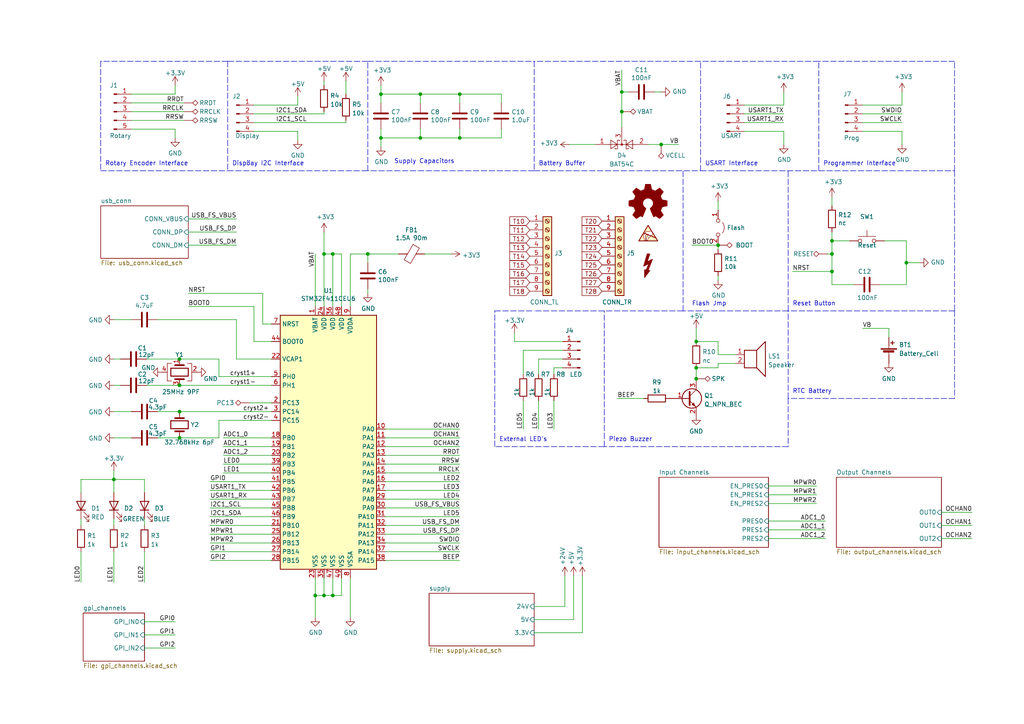
<source format=kicad_sch>
(kicad_sch (version 20211123) (generator eeschema)

  (uuid 949f679f-c6a9-4c5c-99c7-644ace536315)

  (paper "A4")

  (title_block
    (title "FloatPUMP Schematics")
    (date "2022-11-11")
    (rev "1.0")
    (company "robtor.de")
    (comment 1 "Controller board for up to 3 water pumps")
    (comment 2 "measuring capabilities with piezoresistive pressure sensors")
    (comment 3 "sensor input Range 4mA-20mA")
  )

  

  (junction (at 91.44 172.72) (diameter 0) (color 0 0 0 0)
    (uuid 0c1b88cb-a078-4181-b19e-b5625c47d08a)
  )
  (junction (at 96.52 73.66) (diameter 0) (color 0 0 0 0)
    (uuid 1b60fcfc-a270-4122-b967-c7c9c4b63403)
  )
  (junction (at 191.77 41.91) (diameter 0) (color 0 0 0 0)
    (uuid 1c5a68ea-fed7-43b9-a37a-435ca33d5ec4)
  )
  (junction (at 133.35 27.305) (diameter 0) (color 0 0 0 0)
    (uuid 2753d945-ace6-4480-9faf-9137856303ea)
  )
  (junction (at 121.92 40.005) (diameter 0) (color 0 0 0 0)
    (uuid 39d0e9d0-a702-4c04-bc3c-653ef4f0c50e)
  )
  (junction (at 241.3 73.66) (diameter 0) (color 0 0 0 0)
    (uuid 4cd454dd-343a-4999-b869-a7127a4d9978)
  )
  (junction (at 121.92 27.305) (diameter 0) (color 0 0 0 0)
    (uuid 4f94cfba-8412-4c60-a31b-e6d995934dc1)
  )
  (junction (at 96.52 172.72) (diameter 0) (color 0 0 0 0)
    (uuid 5793e5cf-aaeb-41cc-8318-bb2419c1b81f)
  )
  (junction (at 52.07 127) (diameter 0) (color 0 0 0 0)
    (uuid 5a70c532-5383-43bb-b441-21ca36bd2484)
  )
  (junction (at 110.49 40.005) (diameter 0) (color 0 0 0 0)
    (uuid 6f88fca4-4670-437c-9fd1-4ebd76593daa)
  )
  (junction (at 241.3 78.74) (diameter 0) (color 0 0 0 0)
    (uuid 70750f1a-6a6e-4571-87e8-e96d7814c66f)
  )
  (junction (at 201.93 109.855) (diameter 0) (color 0 0 0 0)
    (uuid 9036384e-eee5-4451-b7e7-87842d0d6fca)
  )
  (junction (at 262.89 76.2) (diameter 0) (color 0 0 0 0)
    (uuid 92a2589f-ae05-42af-aab0-9bfaaa2a73f1)
  )
  (junction (at 133.35 40.005) (diameter 0) (color 0 0 0 0)
    (uuid 9569d29f-17d3-40a7-b073-1b7eb9687b43)
  )
  (junction (at 52.07 104.14) (diameter 0) (color 0 0 0 0)
    (uuid 97bd1d07-8f04-442c-80ac-c95cf3f51efe)
  )
  (junction (at 52.07 119.38) (diameter 0) (color 0 0 0 0)
    (uuid a0900619-a580-41eb-9fbb-5149e9a28aef)
  )
  (junction (at 33.02 139.065) (diameter 0) (color 0 0 0 0)
    (uuid a4b63938-0a30-421e-a83e-07ee3a44f405)
  )
  (junction (at 52.07 111.76) (diameter 0) (color 0 0 0 0)
    (uuid a70dc485-cc49-4e1f-b1ec-eb9c56462344)
  )
  (junction (at 180.34 26.67) (diameter 0) (color 0 0 0 0)
    (uuid bf64b8d9-04f8-4bac-906b-3f89e12e5d32)
  )
  (junction (at 201.93 106.68) (diameter 0) (color 0 0 0 0)
    (uuid d85d001d-db06-423e-99e2-d2c9676bf6eb)
  )
  (junction (at 106.68 73.66) (diameter 0) (color 0 0 0 0)
    (uuid dbb72415-af02-4b41-adad-978e86e84f5e)
  )
  (junction (at 208.28 71.12) (diameter 0) (color 0 0 0 0)
    (uuid dc71b394-38ca-4c3c-a2a5-7ef7a670c49b)
  )
  (junction (at 110.49 27.305) (diameter 0) (color 0 0 0 0)
    (uuid dee204e1-3149-4bb4-b821-dbc11df06a18)
  )
  (junction (at 93.98 73.66) (diameter 0) (color 0 0 0 0)
    (uuid ebee7b2d-9f75-4529-9377-97f671d1e3dc)
  )
  (junction (at 201.93 99.06) (diameter 0) (color 0 0 0 0)
    (uuid ec8c2ca1-97d3-4d7c-af64-6cbbbe597d8b)
  )
  (junction (at 93.98 172.72) (diameter 0) (color 0 0 0 0)
    (uuid ed19ccea-cfd8-433f-8938-ca1dd302430c)
  )
  (junction (at 180.34 32.385) (diameter 0) (color 0 0 0 0)
    (uuid f486435c-c972-42e4-8219-35ab13b3a285)
  )
  (junction (at 241.3 69.85) (diameter 0) (color 0 0 0 0)
    (uuid f93f0caf-de38-451e-8ca0-f8175bc6663c)
  )

  (wire (pts (xy 64.77 129.54) (xy 78.74 129.54))
    (stroke (width 0) (type default) (color 0 0 0 0))
    (uuid 011b2a2a-a574-42b5-999f-7ed9d9776a43)
  )
  (polyline (pts (xy 175.26 129.54) (xy 175.26 90.17))
    (stroke (width 0) (type default) (color 0 0 0 0))
    (uuid 01d42531-06ff-458e-91d1-5b96d3f8b385)
  )

  (wire (pts (xy 182.245 26.67) (xy 180.34 26.67))
    (stroke (width 0) (type default) (color 0 0 0 0))
    (uuid 0228648f-fd85-4f7f-9204-53610241d2b9)
  )
  (wire (pts (xy 38.1 119.38) (xy 33.02 119.38))
    (stroke (width 0) (type default) (color 0 0 0 0))
    (uuid 036a7d28-05ab-4651-ba1c-47fa1d863421)
  )
  (wire (pts (xy 73.66 99.06) (xy 73.66 88.9))
    (stroke (width 0) (type default) (color 0 0 0 0))
    (uuid 03a5e9df-cec7-4991-b6d5-c82d388e8d2e)
  )
  (wire (pts (xy 255.27 82.55) (xy 262.89 82.55))
    (stroke (width 0) (type default) (color 0 0 0 0))
    (uuid 062011a8-2b6e-42bc-aa5b-790abf63d348)
  )
  (wire (pts (xy 99.06 73.66) (xy 96.52 73.66))
    (stroke (width 0) (type default) (color 0 0 0 0))
    (uuid 06a42763-2f97-4419-84a6-ef6ea2a60fb4)
  )
  (wire (pts (xy 121.92 27.305) (xy 121.92 29.845))
    (stroke (width 0) (type default) (color 0 0 0 0))
    (uuid 08d4cfaf-b332-40f7-973c-66684e7a54a3)
  )
  (wire (pts (xy 110.49 27.305) (xy 110.49 29.845))
    (stroke (width 0) (type default) (color 0 0 0 0))
    (uuid 0a637dc5-5627-4329-935c-c4f041de6385)
  )
  (wire (pts (xy 93.98 33.02) (xy 93.98 32.385))
    (stroke (width 0) (type default) (color 0 0 0 0))
    (uuid 0bd2a9c0-96d6-44df-80fd-f97264a8b783)
  )
  (wire (pts (xy 52.07 104.14) (xy 42.545 104.14))
    (stroke (width 0) (type default) (color 0 0 0 0))
    (uuid 0c6fff14-bb97-4dc3-9f20-62bec77994c6)
  )
  (wire (pts (xy 78.74 119.38) (xy 52.07 119.38))
    (stroke (width 0) (type default) (color 0 0 0 0))
    (uuid 0e162795-22a7-4501-b03f-b283bb5650d9)
  )
  (wire (pts (xy 201.93 109.855) (xy 201.93 110.49))
    (stroke (width 0) (type default) (color 0 0 0 0))
    (uuid 0f47fb04-026a-4afa-9bfe-15f03def5d6b)
  )
  (wire (pts (xy 149.225 99.06) (xy 163.195 99.06))
    (stroke (width 0) (type default) (color 0 0 0 0))
    (uuid 126099d8-8b2d-4e87-990f-1fb99894d4b1)
  )
  (polyline (pts (xy 106.68 49.53) (xy 106.68 17.78))
    (stroke (width 0) (type default) (color 0 0 0 0))
    (uuid 14d3863a-1c03-4d48-a032-61ae3a0ad5c1)
  )

  (wire (pts (xy 78.74 132.08) (xy 64.77 132.08))
    (stroke (width 0) (type default) (color 0 0 0 0))
    (uuid 152be6bd-f8d6-47e9-9b6b-09485d01579b)
  )
  (wire (pts (xy 93.98 172.72) (xy 91.44 172.72))
    (stroke (width 0) (type default) (color 0 0 0 0))
    (uuid 16e9575c-a847-468f-810e-95497dadeb97)
  )
  (polyline (pts (xy 228.6 115.57) (xy 228.6 129.54))
    (stroke (width 0) (type default) (color 0 0 0 0))
    (uuid 17487b2e-2390-4106-a427-c6c54336dd3f)
  )
  (polyline (pts (xy 228.6 90.17) (xy 198.12 90.17))
    (stroke (width 0) (type default) (color 0 0 0 0))
    (uuid 191311d6-5bf7-47a9-ae1e-6b521cf3ea32)
  )

  (wire (pts (xy 60.96 149.86) (xy 78.74 149.86))
    (stroke (width 0) (type default) (color 0 0 0 0))
    (uuid 196b514b-b3f6-4344-904e-bca015040e93)
  )
  (wire (pts (xy 106.68 83.82) (xy 106.68 85.09))
    (stroke (width 0) (type default) (color 0 0 0 0))
    (uuid 1a8290e9-c445-4b51-b8b0-45fcbf671219)
  )
  (wire (pts (xy 41.91 142.875) (xy 41.91 139.065))
    (stroke (width 0) (type default) (color 0 0 0 0))
    (uuid 1ad7936f-a45d-43a3-8729-3f6ad34b3bbe)
  )
  (wire (pts (xy 208.28 80.01) (xy 208.28 81.28))
    (stroke (width 0) (type default) (color 0 0 0 0))
    (uuid 1b373a0f-a405-4f7c-be0d-0a515d48b205)
  )
  (wire (pts (xy 111.76 127) (xy 133.35 127))
    (stroke (width 0) (type default) (color 0 0 0 0))
    (uuid 1dc46e87-a953-4f20-a4d4-4ecede78d2eb)
  )
  (wire (pts (xy 111.76 157.48) (xy 133.35 157.48))
    (stroke (width 0) (type default) (color 0 0 0 0))
    (uuid 1dd42d41-b809-42ae-b6a5-91ce0f5409f7)
  )
  (wire (pts (xy 100.33 23.495) (xy 100.33 27.305))
    (stroke (width 0) (type default) (color 0 0 0 0))
    (uuid 1e65348d-0394-491b-9696-4c8b7499f309)
  )
  (wire (pts (xy 215.9 35.56) (xy 227.33 35.56))
    (stroke (width 0) (type default) (color 0 0 0 0))
    (uuid 1f4d482a-d80d-48b4-a443-e0ca391c4f86)
  )
  (wire (pts (xy 241.3 69.85) (xy 241.3 73.66))
    (stroke (width 0) (type default) (color 0 0 0 0))
    (uuid 22a0b2d5-d975-4c12-bf03-7470074fed54)
  )
  (wire (pts (xy 96.52 167.64) (xy 96.52 172.72))
    (stroke (width 0) (type default) (color 0 0 0 0))
    (uuid 22f22dbe-16ed-4088-a875-5700f66d16da)
  )
  (wire (pts (xy 241.3 78.74) (xy 229.87 78.74))
    (stroke (width 0) (type default) (color 0 0 0 0))
    (uuid 2400f930-cf6d-41a8-baef-3048725f3a5b)
  )
  (wire (pts (xy 208.28 99.06) (xy 208.28 102.87))
    (stroke (width 0) (type default) (color 0 0 0 0))
    (uuid 268b38a4-5791-4865-b036-a0203f8e626d)
  )
  (wire (pts (xy 163.195 101.6) (xy 151.765 101.6))
    (stroke (width 0) (type default) (color 0 0 0 0))
    (uuid 27394eba-9cc1-4464-8a20-cc6a5fec851e)
  )
  (wire (pts (xy 133.35 40.005) (xy 145.415 40.005))
    (stroke (width 0) (type default) (color 0 0 0 0))
    (uuid 29120252-d73c-4a5c-b87f-011abc045fcf)
  )
  (wire (pts (xy 38.1 27.305) (xy 50.8 27.305))
    (stroke (width 0) (type default) (color 0 0 0 0))
    (uuid 2a745fcb-09cd-409b-a911-81fd22f368af)
  )
  (wire (pts (xy 41.91 187.96) (xy 50.8 187.96))
    (stroke (width 0) (type default) (color 0 0 0 0))
    (uuid 2abcf069-19de-44b8-a6b8-4d5ee2f7d656)
  )
  (wire (pts (xy 111.76 160.02) (xy 133.35 160.02))
    (stroke (width 0) (type default) (color 0 0 0 0))
    (uuid 2e15e8aa-7905-4170-bb81-958c9c2c74db)
  )
  (wire (pts (xy 52.07 111.76) (xy 42.545 111.76))
    (stroke (width 0) (type default) (color 0 0 0 0))
    (uuid 2e2ea9dc-2e78-48b2-a918-779655a2f4bb)
  )
  (wire (pts (xy 111.76 147.32) (xy 133.35 147.32))
    (stroke (width 0) (type default) (color 0 0 0 0))
    (uuid 2e4f3627-f43e-4331-8ab0-f5d657fd4ada)
  )
  (polyline (pts (xy 66.04 17.78) (xy 29.21 17.78))
    (stroke (width 0) (type default) (color 0 0 0 0))
    (uuid 2e6a35eb-6636-4c39-9b2b-0859e1c94ec8)
  )
  (polyline (pts (xy 66.04 49.53) (xy 106.68 49.53))
    (stroke (width 0) (type default) (color 0 0 0 0))
    (uuid 3010d011-eabc-4cec-b667-b7b1111e3ea0)
  )

  (wire (pts (xy 250.19 33.02) (xy 261.62 33.02))
    (stroke (width 0) (type default) (color 0 0 0 0))
    (uuid 30260a6a-a0b0-4b42-95c3-26be610ecc3e)
  )
  (wire (pts (xy 156.21 116.205) (xy 156.21 124.46))
    (stroke (width 0) (type default) (color 0 0 0 0))
    (uuid 303ae7a7-4a06-4b35-a5ee-99b6d0ccce36)
  )
  (wire (pts (xy 163.83 167.005) (xy 163.83 175.895))
    (stroke (width 0) (type default) (color 0 0 0 0))
    (uuid 30b3bcd0-0533-46bd-8c9c-4e3d480c6687)
  )
  (wire (pts (xy 33.02 111.76) (xy 34.925 111.76))
    (stroke (width 0) (type default) (color 0 0 0 0))
    (uuid 30c2d75b-0aa4-4c8b-abd3-15a8940150c1)
  )
  (wire (pts (xy 23.495 142.875) (xy 23.495 139.065))
    (stroke (width 0) (type default) (color 0 0 0 0))
    (uuid 30c6d872-e47d-4ced-8e4c-2dd7b663d734)
  )
  (wire (pts (xy 133.35 27.305) (xy 121.92 27.305))
    (stroke (width 0) (type default) (color 0 0 0 0))
    (uuid 31ddafb9-61de-4674-b559-9e8bd04c8807)
  )
  (wire (pts (xy 166.37 167.005) (xy 166.37 179.705))
    (stroke (width 0) (type default) (color 0 0 0 0))
    (uuid 32552d8d-ef82-40d3-aa95-d5b169fab07e)
  )
  (wire (pts (xy 201.93 99.06) (xy 208.28 99.06))
    (stroke (width 0) (type default) (color 0 0 0 0))
    (uuid 32a972fc-0c88-44e2-804d-656cd9a1d817)
  )
  (polyline (pts (xy 154.94 49.53) (xy 106.68 49.53))
    (stroke (width 0) (type default) (color 0 0 0 0))
    (uuid 32b4cc52-0f7d-4657-a812-f0ec32bb962f)
  )

  (wire (pts (xy 133.35 37.465) (xy 133.35 40.005))
    (stroke (width 0) (type default) (color 0 0 0 0))
    (uuid 339df927-10f1-44cb-aa5f-82bfd46240c7)
  )
  (wire (pts (xy 78.74 144.78) (xy 60.96 144.78))
    (stroke (width 0) (type default) (color 0 0 0 0))
    (uuid 35e191e7-0681-4caa-ab56-bca67244817b)
  )
  (polyline (pts (xy 143.51 90.17) (xy 154.94 90.17))
    (stroke (width 0) (type default) (color 0 0 0 0))
    (uuid 361b2945-3ddb-479e-87ba-da3a8981f58f)
  )

  (wire (pts (xy 78.74 139.7) (xy 60.96 139.7))
    (stroke (width 0) (type default) (color 0 0 0 0))
    (uuid 375fb2af-999a-47fb-b314-c5ed0dda8fca)
  )
  (wire (pts (xy 123.19 73.66) (xy 130.81 73.66))
    (stroke (width 0) (type default) (color 0 0 0 0))
    (uuid 398e575e-ffcc-47d3-99bb-d2398359704a)
  )
  (wire (pts (xy 160.655 106.68) (xy 160.655 108.585))
    (stroke (width 0) (type default) (color 0 0 0 0))
    (uuid 3a1fc013-e799-4688-ae20-2bbf502da68b)
  )
  (wire (pts (xy 250.19 30.48) (xy 261.62 30.48))
    (stroke (width 0) (type default) (color 0 0 0 0))
    (uuid 3a77ad2c-5616-4b44-93df-e454912b8b77)
  )
  (wire (pts (xy 111.76 124.46) (xy 133.35 124.46))
    (stroke (width 0) (type default) (color 0 0 0 0))
    (uuid 3bb1b200-9bd3-4ca2-a3fe-ceac65ba2f22)
  )
  (wire (pts (xy 151.765 116.205) (xy 151.765 124.46))
    (stroke (width 0) (type default) (color 0 0 0 0))
    (uuid 3c68ad2c-9010-4ef7-bedd-f009382cb08f)
  )
  (wire (pts (xy 250.19 95.25) (xy 257.81 95.25))
    (stroke (width 0) (type default) (color 0 0 0 0))
    (uuid 3eff4e29-2225-4c7e-8279-6d6efa2d67e4)
  )
  (wire (pts (xy 247.65 82.55) (xy 241.3 82.55))
    (stroke (width 0) (type default) (color 0 0 0 0))
    (uuid 3f407738-52f9-487e-96ff-574567b43890)
  )
  (wire (pts (xy 45.72 92.71) (xy 68.58 92.71))
    (stroke (width 0) (type default) (color 0 0 0 0))
    (uuid 400b7b23-e399-48ba-af02-3f8bdfca3c55)
  )
  (wire (pts (xy 111.76 129.54) (xy 133.35 129.54))
    (stroke (width 0) (type default) (color 0 0 0 0))
    (uuid 4015be1a-c6e1-42db-af6f-c161f489ea1f)
  )
  (wire (pts (xy 33.02 160.02) (xy 33.02 168.91))
    (stroke (width 0) (type default) (color 0 0 0 0))
    (uuid 4118162d-0e05-4908-9a1f-c7016575bccb)
  )
  (polyline (pts (xy 29.21 17.78) (xy 29.21 49.53))
    (stroke (width 0) (type default) (color 0 0 0 0))
    (uuid 41b6e1ba-5c99-4fd7-9c65-c4fb07c70188)
  )

  (wire (pts (xy 191.77 41.91) (xy 196.85 41.91))
    (stroke (width 0) (type default) (color 0 0 0 0))
    (uuid 424267dd-6303-4018-aae0-34d62814fcba)
  )
  (wire (pts (xy 99.06 167.64) (xy 99.06 172.72))
    (stroke (width 0) (type default) (color 0 0 0 0))
    (uuid 424d7750-ddcd-4f41-93ea-a6761834f91c)
  )
  (wire (pts (xy 222.885 140.97) (xy 236.855 140.97))
    (stroke (width 0) (type default) (color 0 0 0 0))
    (uuid 438c390e-2817-4262-9bb8-264a62f66854)
  )
  (wire (pts (xy 111.76 137.16) (xy 133.35 137.16))
    (stroke (width 0) (type default) (color 0 0 0 0))
    (uuid 4390a55c-a8f9-4caf-a838-233bb3ce27aa)
  )
  (wire (pts (xy 241.3 73.66) (xy 241.3 78.74))
    (stroke (width 0) (type default) (color 0 0 0 0))
    (uuid 43951137-b2ae-4c0a-b786-c0130baa43cf)
  )
  (wire (pts (xy 68.58 104.14) (xy 78.74 104.14))
    (stroke (width 0) (type default) (color 0 0 0 0))
    (uuid 43c49596-4b82-4ee2-b1be-2aafb6486920)
  )
  (wire (pts (xy 96.52 88.9) (xy 96.52 73.66))
    (stroke (width 0) (type default) (color 0 0 0 0))
    (uuid 4444fd17-a409-4254-92e6-9a69f5880d89)
  )
  (wire (pts (xy 180.34 26.67) (xy 180.34 20.32))
    (stroke (width 0) (type default) (color 0 0 0 0))
    (uuid 44ca684d-985e-45fb-a22b-01e29383cba4)
  )
  (wire (pts (xy 273.05 152.4) (xy 281.94 152.4))
    (stroke (width 0) (type default) (color 0 0 0 0))
    (uuid 44f02c76-ffc0-47e0-9779-2d79a58ff9cf)
  )
  (wire (pts (xy 208.28 58.42) (xy 208.28 60.96))
    (stroke (width 0) (type default) (color 0 0 0 0))
    (uuid 45f77cbe-76c9-4770-945d-6ce9f436791e)
  )
  (polyline (pts (xy 276.86 49.53) (xy 276.86 17.78))
    (stroke (width 0) (type default) (color 0 0 0 0))
    (uuid 4738ad5c-de7a-450c-a864-83a693566efb)
  )
  (polyline (pts (xy 154.94 49.53) (xy 203.2 49.53))
    (stroke (width 0) (type default) (color 0 0 0 0))
    (uuid 4cf2a8ea-f147-45e1-b905-8e01e3488a54)
  )

  (wire (pts (xy 52.07 119.38) (xy 45.72 119.38))
    (stroke (width 0) (type default) (color 0 0 0 0))
    (uuid 4d42688d-59c9-41ed-af68-2d906566e68c)
  )
  (wire (pts (xy 23.495 160.02) (xy 23.495 168.91))
    (stroke (width 0) (type default) (color 0 0 0 0))
    (uuid 4d4de7d2-6a8b-425f-a4ad-2111507b5618)
  )
  (wire (pts (xy 208.28 71.12) (xy 200.66 71.12))
    (stroke (width 0) (type default) (color 0 0 0 0))
    (uuid 4d79ec2b-2fc9-4ba1-b93a-d630912470a0)
  )
  (wire (pts (xy 34.925 104.14) (xy 33.02 104.14))
    (stroke (width 0) (type default) (color 0 0 0 0))
    (uuid 4e0ac502-331a-4340-82b9-dd8d8cee49d0)
  )
  (wire (pts (xy 227.33 38.1) (xy 227.33 41.91))
    (stroke (width 0) (type default) (color 0 0 0 0))
    (uuid 4fddd78f-1b0d-4365-b740-2df7595c3522)
  )
  (wire (pts (xy 156.21 104.14) (xy 156.21 108.585))
    (stroke (width 0) (type default) (color 0 0 0 0))
    (uuid 505d5465-5d3c-4c20-a903-bb9f0614c27d)
  )
  (wire (pts (xy 111.76 142.24) (xy 133.35 142.24))
    (stroke (width 0) (type default) (color 0 0 0 0))
    (uuid 507dbcec-13ef-491c-9e13-750ae5d08786)
  )
  (polyline (pts (xy 175.26 129.54) (xy 143.51 129.54))
    (stroke (width 0) (type default) (color 0 0 0 0))
    (uuid 51bbc616-36a1-464c-9200-0d0c8edfe960)
  )

  (wire (pts (xy 64.77 137.16) (xy 78.74 137.16))
    (stroke (width 0) (type default) (color 0 0 0 0))
    (uuid 51d162f7-2e8a-4bc7-88c1-e6c065d4b161)
  )
  (polyline (pts (xy 106.68 17.78) (xy 154.94 17.78))
    (stroke (width 0) (type default) (color 0 0 0 0))
    (uuid 55438888-edf4-4cf0-83da-f060d3938df2)
  )

  (wire (pts (xy 262.89 69.85) (xy 262.89 76.2))
    (stroke (width 0) (type default) (color 0 0 0 0))
    (uuid 55587dc1-052d-440c-a761-29091bbb6f2b)
  )
  (wire (pts (xy 163.195 106.68) (xy 160.655 106.68))
    (stroke (width 0) (type default) (color 0 0 0 0))
    (uuid 56073852-e094-44c0-abb8-63498ed962c1)
  )
  (wire (pts (xy 222.885 151.13) (xy 239.395 151.13))
    (stroke (width 0) (type default) (color 0 0 0 0))
    (uuid 5651f317-a2b7-4f02-bafd-3ed49b106af9)
  )
  (wire (pts (xy 111.76 134.62) (xy 133.35 134.62))
    (stroke (width 0) (type default) (color 0 0 0 0))
    (uuid 5675cbe2-6193-4193-a086-51fe846aeda2)
  )
  (wire (pts (xy 145.415 37.465) (xy 145.415 40.005))
    (stroke (width 0) (type default) (color 0 0 0 0))
    (uuid 57dab67d-73b5-4fcb-901b-a69051e35364)
  )
  (wire (pts (xy 76.2 93.98) (xy 76.2 85.09))
    (stroke (width 0) (type default) (color 0 0 0 0))
    (uuid 57fd891c-135f-4c54-af0d-9ea73edf736e)
  )
  (wire (pts (xy 227.33 30.48) (xy 227.33 26.67))
    (stroke (width 0) (type default) (color 0 0 0 0))
    (uuid 58170f19-2867-4e92-aef8-b013ab60ff8b)
  )
  (wire (pts (xy 241.3 57.15) (xy 241.3 59.69))
    (stroke (width 0) (type default) (color 0 0 0 0))
    (uuid 58a18d69-fc34-46c3-b57c-2e4d5b6313a2)
  )
  (wire (pts (xy 151.765 101.6) (xy 151.765 108.585))
    (stroke (width 0) (type default) (color 0 0 0 0))
    (uuid 5ab5fc39-d119-4939-b187-6241bdd9350c)
  )
  (polyline (pts (xy 106.68 17.78) (xy 66.04 17.78))
    (stroke (width 0) (type default) (color 0 0 0 0))
    (uuid 5be033f5-9678-4b75-be3b-55853d81c4f8)
  )

  (wire (pts (xy 121.92 27.305) (xy 110.49 27.305))
    (stroke (width 0) (type default) (color 0 0 0 0))
    (uuid 5c2af2de-18cd-439f-b9b8-856093f4e3ac)
  )
  (wire (pts (xy 154.94 183.515) (xy 168.91 183.515))
    (stroke (width 0) (type default) (color 0 0 0 0))
    (uuid 5cb667df-c15a-49bc-9600-d61cf174120a)
  )
  (wire (pts (xy 241.3 78.74) (xy 241.3 82.55))
    (stroke (width 0) (type default) (color 0 0 0 0))
    (uuid 5d9a5990-dcf8-486e-bfb6-30d6c0b34192)
  )
  (wire (pts (xy 63.5 104.14) (xy 52.07 104.14))
    (stroke (width 0) (type default) (color 0 0 0 0))
    (uuid 5e1d9c1f-58d3-41cd-9eb4-fb2ae3a4b10c)
  )
  (wire (pts (xy 215.9 30.48) (xy 227.33 30.48))
    (stroke (width 0) (type default) (color 0 0 0 0))
    (uuid 5e2838cc-acd7-4c51-bc18-f5f97bf524d9)
  )
  (polyline (pts (xy 29.21 49.53) (xy 66.04 49.53))
    (stroke (width 0) (type default) (color 0 0 0 0))
    (uuid 5fe5e54d-1eb6-4f0a-a978-61e0039cfbf1)
  )

  (wire (pts (xy 63.5 109.22) (xy 63.5 104.14))
    (stroke (width 0) (type default) (color 0 0 0 0))
    (uuid 613967c9-6a2a-45ae-bf78-98e4612f5d55)
  )
  (wire (pts (xy 240.03 73.66) (xy 241.3 73.66))
    (stroke (width 0) (type default) (color 0 0 0 0))
    (uuid 6142ef34-97be-4c90-9ca7-e387753b518a)
  )
  (wire (pts (xy 101.6 88.9) (xy 101.6 73.66))
    (stroke (width 0) (type default) (color 0 0 0 0))
    (uuid 618c3501-0e3a-49e5-8b16-1ffee4adee40)
  )
  (wire (pts (xy 222.885 156.21) (xy 239.395 156.21))
    (stroke (width 0) (type default) (color 0 0 0 0))
    (uuid 62b8cb17-877a-45b0-821a-c147661d06ec)
  )
  (wire (pts (xy 241.3 69.85) (xy 246.38 69.85))
    (stroke (width 0) (type default) (color 0 0 0 0))
    (uuid 62d616c4-a645-4785-83f4-e7b9176541bd)
  )
  (wire (pts (xy 262.89 76.2) (xy 266.7 76.2))
    (stroke (width 0) (type default) (color 0 0 0 0))
    (uuid 63c78302-c24d-424c-9283-52ae93200987)
  )
  (wire (pts (xy 63.5 121.92) (xy 63.5 127))
    (stroke (width 0) (type default) (color 0 0 0 0))
    (uuid 65a211f6-d005-41c5-aeb4-31d7e06acfc2)
  )
  (wire (pts (xy 64.77 134.62) (xy 78.74 134.62))
    (stroke (width 0) (type default) (color 0 0 0 0))
    (uuid 68877676-f185-4ce5-994a-3e7cd8c4b619)
  )
  (wire (pts (xy 111.76 152.4) (xy 133.35 152.4))
    (stroke (width 0) (type default) (color 0 0 0 0))
    (uuid 69502565-c8b7-43eb-99e0-3580594b1098)
  )
  (wire (pts (xy 201.93 106.68) (xy 201.93 109.855))
    (stroke (width 0) (type default) (color 0 0 0 0))
    (uuid 69ab2ff6-8d0a-4e41-8e1a-1caf0870f3b7)
  )
  (wire (pts (xy 201.93 95.25) (xy 201.93 99.06))
    (stroke (width 0) (type default) (color 0 0 0 0))
    (uuid 6c7d8008-17da-4be5-b57e-dfb877a7ef32)
  )
  (wire (pts (xy 121.92 37.465) (xy 121.92 40.005))
    (stroke (width 0) (type default) (color 0 0 0 0))
    (uuid 6ce9cb44-7b50-4bf3-98c7-6ca59e7305b2)
  )
  (wire (pts (xy 145.415 29.845) (xy 145.415 27.305))
    (stroke (width 0) (type default) (color 0 0 0 0))
    (uuid 6dd36aa5-6a60-4752-8a21-1772effb9f07)
  )
  (polyline (pts (xy 276.86 17.78) (xy 237.49 17.78))
    (stroke (width 0) (type default) (color 0 0 0 0))
    (uuid 6fd2b7a8-9e41-4aa1-88b4-f9ee307d1b4b)
  )

  (wire (pts (xy 78.74 111.76) (xy 52.07 111.76))
    (stroke (width 0) (type default) (color 0 0 0 0))
    (uuid 715db6a8-aaa0-46b4-addd-972ee71b75dc)
  )
  (wire (pts (xy 110.49 37.465) (xy 110.49 40.005))
    (stroke (width 0) (type default) (color 0 0 0 0))
    (uuid 71b00c47-caef-48f6-91be-7f1855a1e2c0)
  )
  (wire (pts (xy 111.76 132.08) (xy 133.35 132.08))
    (stroke (width 0) (type default) (color 0 0 0 0))
    (uuid 72cc00e4-7e53-46d8-858f-e435f5b37f05)
  )
  (wire (pts (xy 201.93 106.68) (xy 208.28 106.68))
    (stroke (width 0) (type default) (color 0 0 0 0))
    (uuid 743fef08-4881-4afb-adde-ee5bd2198117)
  )
  (wire (pts (xy 241.3 67.31) (xy 241.3 69.85))
    (stroke (width 0) (type default) (color 0 0 0 0))
    (uuid 748c549b-7c57-462b-9f39-c28eb0045225)
  )
  (wire (pts (xy 215.9 38.1) (xy 227.33 38.1))
    (stroke (width 0) (type default) (color 0 0 0 0))
    (uuid 74d4a3c7-cc41-4e0e-b616-9fc3c358b2ae)
  )
  (wire (pts (xy 121.92 40.005) (xy 110.49 40.005))
    (stroke (width 0) (type default) (color 0 0 0 0))
    (uuid 752a7bdc-59a7-4a9e-ae9b-a35465dc8e0c)
  )
  (wire (pts (xy 93.98 88.9) (xy 93.98 73.66))
    (stroke (width 0) (type default) (color 0 0 0 0))
    (uuid 75594c3c-e55b-4454-809c-0a72aa43af83)
  )
  (wire (pts (xy 222.885 153.67) (xy 239.395 153.67))
    (stroke (width 0) (type default) (color 0 0 0 0))
    (uuid 769aead0-25d0-4594-84cb-d6b74ceb8cd8)
  )
  (wire (pts (xy 23.495 139.065) (xy 33.02 139.065))
    (stroke (width 0) (type default) (color 0 0 0 0))
    (uuid 78ce4bcf-16dc-4d77-99b5-ce1b3e6d1d63)
  )
  (wire (pts (xy 261.62 30.48) (xy 261.62 26.67))
    (stroke (width 0) (type default) (color 0 0 0 0))
    (uuid 78f1b9a8-ca0e-4e8c-91b8-a46bcfebec64)
  )
  (wire (pts (xy 73.66 88.9) (xy 54.61 88.9))
    (stroke (width 0) (type default) (color 0 0 0 0))
    (uuid 7c20a18a-318c-4e79-afcf-a3e87eb69a53)
  )
  (wire (pts (xy 99.06 172.72) (xy 96.52 172.72))
    (stroke (width 0) (type default) (color 0 0 0 0))
    (uuid 7ee436ac-423d-4d29-90ad-39fdc300fae0)
  )
  (wire (pts (xy 68.58 92.71) (xy 68.58 104.14))
    (stroke (width 0) (type default) (color 0 0 0 0))
    (uuid 837370a5-1290-49d7-96e4-d4c2412ac873)
  )
  (wire (pts (xy 96.52 172.72) (xy 93.98 172.72))
    (stroke (width 0) (type default) (color 0 0 0 0))
    (uuid 84a2320f-8ad9-4501-8628-7ca6e418f956)
  )
  (wire (pts (xy 179.07 115.57) (xy 186.69 115.57))
    (stroke (width 0) (type default) (color 0 0 0 0))
    (uuid 87cf9f49-2322-4621-91eb-11035c4cedf8)
  )
  (wire (pts (xy 72.39 116.84) (xy 78.74 116.84))
    (stroke (width 0) (type default) (color 0 0 0 0))
    (uuid 88123869-4c37-45f5-b8c1-72149ea8f4ba)
  )
  (wire (pts (xy 133.35 40.005) (xy 121.92 40.005))
    (stroke (width 0) (type default) (color 0 0 0 0))
    (uuid 88c7d4ef-4a81-4ff0-8236-354227632382)
  )
  (wire (pts (xy 160.655 116.205) (xy 160.655 124.46))
    (stroke (width 0) (type default) (color 0 0 0 0))
    (uuid 8afd873f-9a06-4b39-ab04-49f0059f061b)
  )
  (wire (pts (xy 41.91 184.15) (xy 50.8 184.15))
    (stroke (width 0) (type default) (color 0 0 0 0))
    (uuid 8b4e071f-9509-4780-a465-03d34bc67608)
  )
  (wire (pts (xy 78.74 109.22) (xy 63.5 109.22))
    (stroke (width 0) (type default) (color 0 0 0 0))
    (uuid 8b558919-c46d-47f8-bf42-0c0ee86f63f0)
  )
  (wire (pts (xy 111.76 139.7) (xy 133.35 139.7))
    (stroke (width 0) (type default) (color 0 0 0 0))
    (uuid 8bf90929-6d2d-4a79-b1a1-138fa542533a)
  )
  (polyline (pts (xy 154.94 17.78) (xy 154.94 49.53))
    (stroke (width 0) (type default) (color 0 0 0 0))
    (uuid 8d77d4ce-5809-4e16-9db8-9d8672ed5276)
  )

  (wire (pts (xy 73.66 38.1) (xy 86.36 38.1))
    (stroke (width 0) (type default) (color 0 0 0 0))
    (uuid 8d858d92-08ba-438f-a480-02393eb30c20)
  )
  (polyline (pts (xy 237.49 17.78) (xy 203.2 17.78))
    (stroke (width 0) (type default) (color 0 0 0 0))
    (uuid 8f2ebcdd-5322-432c-8de8-6f6fa3726577)
  )

  (wire (pts (xy 86.36 38.1) (xy 86.36 40.64))
    (stroke (width 0) (type default) (color 0 0 0 0))
    (uuid 8f733a2c-4b86-4934-a2e4-283803e72b72)
  )
  (wire (pts (xy 91.44 172.72) (xy 91.44 167.64))
    (stroke (width 0) (type default) (color 0 0 0 0))
    (uuid 911ef457-a362-4278-aeb0-e20b4bb95f57)
  )
  (wire (pts (xy 154.94 179.705) (xy 166.37 179.705))
    (stroke (width 0) (type default) (color 0 0 0 0))
    (uuid 913d6165-3eac-4e31-bdf3-24543d6b7c16)
  )
  (wire (pts (xy 76.2 85.09) (xy 54.61 85.09))
    (stroke (width 0) (type default) (color 0 0 0 0))
    (uuid 91e5eec5-ba86-4de8-8306-b82359e84f0b)
  )
  (wire (pts (xy 111.76 149.86) (xy 133.35 149.86))
    (stroke (width 0) (type default) (color 0 0 0 0))
    (uuid 93be490e-4a1a-433c-b296-e5201b30adb1)
  )
  (polyline (pts (xy 237.49 49.53) (xy 237.49 17.78))
    (stroke (width 0) (type default) (color 0 0 0 0))
    (uuid 95462dda-11ce-48d0-b7d6-002ca6ca715a)
  )

  (wire (pts (xy 78.74 154.94) (xy 60.96 154.94))
    (stroke (width 0) (type default) (color 0 0 0 0))
    (uuid 95c0b30a-014d-4809-9e39-76cfd21137e8)
  )
  (wire (pts (xy 38.1 32.385) (xy 53.34 32.385))
    (stroke (width 0) (type default) (color 0 0 0 0))
    (uuid 95d61b58-2fd5-43ab-bfd4-cc233f0800db)
  )
  (wire (pts (xy 273.05 156.21) (xy 281.94 156.21))
    (stroke (width 0) (type default) (color 0 0 0 0))
    (uuid 95fa23fd-11b6-43e1-a7ba-9d9bca32c40b)
  )
  (wire (pts (xy 38.1 92.71) (xy 33.02 92.71))
    (stroke (width 0) (type default) (color 0 0 0 0))
    (uuid 964c3381-2dfe-4f42-9493-7645015217dd)
  )
  (wire (pts (xy 33.02 127) (xy 38.1 127))
    (stroke (width 0) (type default) (color 0 0 0 0))
    (uuid 98d42198-ed3b-4bf0-8e91-cbf5646f19a6)
  )
  (wire (pts (xy 93.98 73.66) (xy 93.98 67.31))
    (stroke (width 0) (type default) (color 0 0 0 0))
    (uuid 990602b7-cde7-45dc-92b8-b9c7bf4dd7ac)
  )
  (wire (pts (xy 93.98 167.64) (xy 93.98 172.72))
    (stroke (width 0) (type default) (color 0 0 0 0))
    (uuid 99979f31-c85d-4c90-81ff-676e69fef161)
  )
  (wire (pts (xy 86.36 27.94) (xy 86.36 30.48))
    (stroke (width 0) (type default) (color 0 0 0 0))
    (uuid 9a8e5ffa-9aed-471c-a8e6-a636cf083f34)
  )
  (wire (pts (xy 106.68 76.2) (xy 106.68 73.66))
    (stroke (width 0) (type default) (color 0 0 0 0))
    (uuid 9b08aa48-fde9-4f0c-abdd-7ab3f00ef3e0)
  )
  (wire (pts (xy 149.225 96.52) (xy 149.225 99.06))
    (stroke (width 0) (type default) (color 0 0 0 0))
    (uuid 9b20bafc-d645-4d67-9a2c-e2d16646bed8)
  )
  (wire (pts (xy 78.74 162.56) (xy 60.96 162.56))
    (stroke (width 0) (type default) (color 0 0 0 0))
    (uuid 9b37b30a-3649-4363-8875-f3fb5ec17e65)
  )
  (wire (pts (xy 215.9 33.02) (xy 227.33 33.02))
    (stroke (width 0) (type default) (color 0 0 0 0))
    (uuid 9c1e6565-7a7a-4067-bbd0-872c0268b742)
  )
  (wire (pts (xy 163.195 104.14) (xy 156.21 104.14))
    (stroke (width 0) (type default) (color 0 0 0 0))
    (uuid 9cc9d3c8-ba88-40da-9425-3b87aa46e513)
  )
  (wire (pts (xy 133.35 29.845) (xy 133.35 27.305))
    (stroke (width 0) (type default) (color 0 0 0 0))
    (uuid 9d5e6a18-8b3a-47d4-b855-1b2ca215c734)
  )
  (polyline (pts (xy 198.12 90.17) (xy 198.12 49.53))
    (stroke (width 0) (type default) (color 0 0 0 0))
    (uuid 9ecc751b-0606-4a8f-9372-63a5cb28ad4e)
  )

  (wire (pts (xy 262.89 76.2) (xy 262.89 82.55))
    (stroke (width 0) (type default) (color 0 0 0 0))
    (uuid a05ced30-092c-475f-857c-28f2ada8a95d)
  )
  (polyline (pts (xy 276.86 49.53) (xy 276.86 90.17))
    (stroke (width 0) (type default) (color 0 0 0 0))
    (uuid a0735468-fe8c-4d1d-8469-a88cd0829ac1)
  )

  (wire (pts (xy 54.61 71.12) (xy 68.58 71.12))
    (stroke (width 0) (type default) (color 0 0 0 0))
    (uuid a2a8943b-bcd6-4326-88ce-86d550232544)
  )
  (wire (pts (xy 180.34 32.385) (xy 180.34 36.83))
    (stroke (width 0) (type default) (color 0 0 0 0))
    (uuid a6b1970e-7fb2-4104-ae0a-e27cd049864d)
  )
  (wire (pts (xy 78.74 93.98) (xy 76.2 93.98))
    (stroke (width 0) (type default) (color 0 0 0 0))
    (uuid a89c8429-59bb-42fc-bc75-babaaeef03d9)
  )
  (wire (pts (xy 257.81 97.79) (xy 257.81 95.25))
    (stroke (width 0) (type default) (color 0 0 0 0))
    (uuid a9a9a4b6-8a0f-441d-b901-b6be940df615)
  )
  (wire (pts (xy 73.66 30.48) (xy 86.36 30.48))
    (stroke (width 0) (type default) (color 0 0 0 0))
    (uuid aa3fb47d-c127-41e0-acc4-dce6b0c86d5f)
  )
  (wire (pts (xy 63.5 127) (xy 52.07 127))
    (stroke (width 0) (type default) (color 0 0 0 0))
    (uuid ab6d145b-8b2c-4b78-9fa4-d11fb96ed0e4)
  )
  (wire (pts (xy 50.8 37.465) (xy 50.8 40.005))
    (stroke (width 0) (type default) (color 0 0 0 0))
    (uuid adbff9ca-1914-4369-8ccd-4dec08f28a8e)
  )
  (polyline (pts (xy 228.6 90.17) (xy 228.6 49.53))
    (stroke (width 0) (type default) (color 0 0 0 0))
    (uuid add543ca-adad-4f14-9c6f-90093a2e4561)
  )

  (wire (pts (xy 100.33 35.56) (xy 100.33 34.925))
    (stroke (width 0) (type default) (color 0 0 0 0))
    (uuid ae573e88-cf0e-42aa-83ce-8bd94150ded4)
  )
  (wire (pts (xy 256.54 69.85) (xy 262.89 69.85))
    (stroke (width 0) (type default) (color 0 0 0 0))
    (uuid af6725f5-c846-41f8-b609-4d0d39f7a149)
  )
  (polyline (pts (xy 228.6 115.57) (xy 228.6 90.17))
    (stroke (width 0) (type default) (color 0 0 0 0))
    (uuid b0dad422-ee01-40cf-9bf3-b9abe86989a0)
  )

  (wire (pts (xy 250.19 35.56) (xy 261.62 35.56))
    (stroke (width 0) (type default) (color 0 0 0 0))
    (uuid b12b8d6d-075d-4ebe-8821-613f22e76050)
  )
  (wire (pts (xy 60.96 160.02) (xy 78.74 160.02))
    (stroke (width 0) (type default) (color 0 0 0 0))
    (uuid b27f8d6a-5c79-4388-b709-4ee534ab4242)
  )
  (polyline (pts (xy 198.12 90.17) (xy 154.94 90.17))
    (stroke (width 0) (type default) (color 0 0 0 0))
    (uuid b401eecd-f8bd-4e64-8d28-37b75cfe8ca1)
  )
  (polyline (pts (xy 276.86 90.17) (xy 228.6 90.17))
    (stroke (width 0) (type default) (color 0 0 0 0))
    (uuid b6056db1-1452-4b70-b01d-a7ba36c5259e)
  )

  (wire (pts (xy 111.76 154.94) (xy 133.35 154.94))
    (stroke (width 0) (type default) (color 0 0 0 0))
    (uuid b7bf21d8-635b-4ba8-931a-f395d90500b3)
  )
  (polyline (pts (xy 66.04 17.78) (xy 66.04 49.53))
    (stroke (width 0) (type default) (color 0 0 0 0))
    (uuid b8414c94-63de-4156-a96e-3fc44e986736)
  )
  (polyline (pts (xy 228.6 129.54) (xy 175.26 129.54))
    (stroke (width 0) (type default) (color 0 0 0 0))
    (uuid b94aeef8-cd3f-4340-9ae1-82d3bb739012)
  )

  (wire (pts (xy 91.44 88.9) (xy 91.44 73.66))
    (stroke (width 0) (type default) (color 0 0 0 0))
    (uuid bb1bb570-2a1a-4394-a465-3e3f93b04bc3)
  )
  (wire (pts (xy 96.52 73.66) (xy 93.98 73.66))
    (stroke (width 0) (type default) (color 0 0 0 0))
    (uuid bc1861f3-bc7f-47c2-9f68-a672fe4e27e5)
  )
  (wire (pts (xy 41.91 150.495) (xy 41.91 152.4))
    (stroke (width 0) (type default) (color 0 0 0 0))
    (uuid bc1cd474-ad2d-4d09-84b6-2427b03dddd2)
  )
  (wire (pts (xy 250.19 38.1) (xy 261.62 38.1))
    (stroke (width 0) (type default) (color 0 0 0 0))
    (uuid bc47ce52-222c-47cd-ad64-1775f2c90d97)
  )
  (wire (pts (xy 110.49 27.305) (xy 110.49 24.765))
    (stroke (width 0) (type default) (color 0 0 0 0))
    (uuid bc776d57-ec50-4332-bcea-30cfae22cb9c)
  )
  (wire (pts (xy 99.06 88.9) (xy 99.06 73.66))
    (stroke (width 0) (type default) (color 0 0 0 0))
    (uuid bcb24732-4854-4f1c-8c63-7ed38b9499fe)
  )
  (wire (pts (xy 208.28 72.39) (xy 208.28 71.12))
    (stroke (width 0) (type default) (color 0 0 0 0))
    (uuid bf9c2abc-32bf-4026-9f6c-082d75f3024c)
  )
  (wire (pts (xy 154.94 175.895) (xy 163.83 175.895))
    (stroke (width 0) (type default) (color 0 0 0 0))
    (uuid bfa97bf5-7863-4ed9-8920-8cc9e7ac15e8)
  )
  (wire (pts (xy 110.49 40.005) (xy 110.49 42.545))
    (stroke (width 0) (type default) (color 0 0 0 0))
    (uuid c138df99-414c-43c1-acb2-f07d1bf70c11)
  )
  (polyline (pts (xy 203.2 49.53) (xy 237.49 49.53))
    (stroke (width 0) (type default) (color 0 0 0 0))
    (uuid c6af4135-16c4-4238-ad8c-249231c54888)
  )

  (wire (pts (xy 111.76 162.56) (xy 133.35 162.56))
    (stroke (width 0) (type default) (color 0 0 0 0))
    (uuid c711a49a-c2e7-4fe7-a5e9-375f5e64d2bc)
  )
  (wire (pts (xy 38.1 37.465) (xy 50.8 37.465))
    (stroke (width 0) (type default) (color 0 0 0 0))
    (uuid c80e5648-60ca-4a95-816c-f49b2f0a5777)
  )
  (wire (pts (xy 93.98 23.495) (xy 93.98 24.765))
    (stroke (width 0) (type default) (color 0 0 0 0))
    (uuid c84aefb8-9f08-4261-8cba-cacf291e197d)
  )
  (wire (pts (xy 261.62 38.1) (xy 261.62 41.91))
    (stroke (width 0) (type default) (color 0 0 0 0))
    (uuid cb14be23-ab98-48c6-9abc-b932f63964a4)
  )
  (wire (pts (xy 60.96 142.24) (xy 78.74 142.24))
    (stroke (width 0) (type default) (color 0 0 0 0))
    (uuid cb7bc55a-2323-48ce-92b6-125d73a762b3)
  )
  (wire (pts (xy 91.44 172.72) (xy 91.44 179.07))
    (stroke (width 0) (type default) (color 0 0 0 0))
    (uuid ccc4c377-89ee-44c7-a202-6503eff25fe6)
  )
  (wire (pts (xy 78.74 121.92) (xy 63.5 121.92))
    (stroke (width 0) (type default) (color 0 0 0 0))
    (uuid ce45bb24-479d-4683-aa67-755497195e70)
  )
  (wire (pts (xy 78.74 99.06) (xy 73.66 99.06))
    (stroke (width 0) (type default) (color 0 0 0 0))
    (uuid ce5a1aac-236e-4abf-b1fe-601a38c49f71)
  )
  (wire (pts (xy 222.885 143.51) (xy 236.855 143.51))
    (stroke (width 0) (type default) (color 0 0 0 0))
    (uuid cea0e747-bc0d-4ecc-afdd-051936aac5b3)
  )
  (wire (pts (xy 78.74 127) (xy 64.77 127))
    (stroke (width 0) (type default) (color 0 0 0 0))
    (uuid d0ce3aee-e805-4c59-8762-90f34d751749)
  )
  (wire (pts (xy 33.02 139.065) (xy 33.02 142.875))
    (stroke (width 0) (type default) (color 0 0 0 0))
    (uuid d173243c-9836-4450-b9b9-8164a87447dc)
  )
  (polyline (pts (xy 203.2 17.78) (xy 154.94 17.78))
    (stroke (width 0) (type default) (color 0 0 0 0))
    (uuid d2df2db7-6b1d-41f5-82f6-b44efdb2263a)
  )
  (polyline (pts (xy 276.86 90.17) (xy 276.86 115.57))
    (stroke (width 0) (type default) (color 0 0 0 0))
    (uuid d3ccf262-928e-4d3c-b7fb-10f0fd24e90c)
  )

  (wire (pts (xy 187.96 41.91) (xy 191.77 41.91))
    (stroke (width 0) (type default) (color 0 0 0 0))
    (uuid d59d8e3b-ab91-4e44-a48e-fcab5114ba4b)
  )
  (wire (pts (xy 191.77 26.67) (xy 189.865 26.67))
    (stroke (width 0) (type default) (color 0 0 0 0))
    (uuid d6056601-590e-40a7-8ff6-31fe6146d5f2)
  )
  (wire (pts (xy 106.68 73.66) (xy 115.57 73.66))
    (stroke (width 0) (type default) (color 0 0 0 0))
    (uuid d6810000-b98f-4103-8b13-717f8558ec4e)
  )
  (wire (pts (xy 73.66 33.02) (xy 93.98 33.02))
    (stroke (width 0) (type default) (color 0 0 0 0))
    (uuid d6d2b2a7-d8a5-420f-a284-8759beb962c6)
  )
  (wire (pts (xy 41.91 180.34) (xy 50.8 180.34))
    (stroke (width 0) (type default) (color 0 0 0 0))
    (uuid d7be70c0-432e-4886-8aed-aaaf7b3d6873)
  )
  (wire (pts (xy 50.8 24.765) (xy 50.8 27.305))
    (stroke (width 0) (type default) (color 0 0 0 0))
    (uuid dcff3f94-f6a1-46ab-808f-ff344af909cf)
  )
  (wire (pts (xy 168.91 167.005) (xy 168.91 183.515))
    (stroke (width 0) (type default) (color 0 0 0 0))
    (uuid decffccb-3910-4a00-b471-9086ac1afabe)
  )
  (wire (pts (xy 111.76 144.78) (xy 133.35 144.78))
    (stroke (width 0) (type default) (color 0 0 0 0))
    (uuid dfa0739b-211d-4ea0-b2c6-5d073248355d)
  )
  (wire (pts (xy 78.74 157.48) (xy 60.96 157.48))
    (stroke (width 0) (type default) (color 0 0 0 0))
    (uuid dfed6e74-55ff-41a0-a5be-13947b0d0f22)
  )
  (wire (pts (xy 208.28 105.41) (xy 208.28 106.68))
    (stroke (width 0) (type default) (color 0 0 0 0))
    (uuid e285b06c-3055-4c27-9657-454e5eee412a)
  )
  (wire (pts (xy 38.1 29.845) (xy 53.34 29.845))
    (stroke (width 0) (type default) (color 0 0 0 0))
    (uuid e63bea54-8882-4449-827e-26ac8b2b34b1)
  )
  (wire (pts (xy 33.02 139.065) (xy 41.91 139.065))
    (stroke (width 0) (type default) (color 0 0 0 0))
    (uuid e73a6660-d48a-4e68-81c8-476273629ae8)
  )
  (polyline (pts (xy 143.51 129.54) (xy 143.51 90.17))
    (stroke (width 0) (type default) (color 0 0 0 0))
    (uuid e86f5740-aff8-4cde-80e3-0698a60149a9)
  )

  (wire (pts (xy 73.66 35.56) (xy 100.33 35.56))
    (stroke (width 0) (type default) (color 0 0 0 0))
    (uuid e89fb6a3-31fd-4862-ac4f-9b5b7beccc8e)
  )
  (wire (pts (xy 52.07 127) (xy 45.72 127))
    (stroke (width 0) (type default) (color 0 0 0 0))
    (uuid e90c6fab-6929-4bd3-a2c8-c327741c2207)
  )
  (wire (pts (xy 54.61 63.5) (xy 68.58 63.5))
    (stroke (width 0) (type default) (color 0 0 0 0))
    (uuid e95ae691-6553-4ec9-9bfb-ec7e231ba2ff)
  )
  (wire (pts (xy 33.02 136.525) (xy 33.02 139.065))
    (stroke (width 0) (type default) (color 0 0 0 0))
    (uuid ea1bf3bb-617d-4685-ac7d-38426d0a3177)
  )
  (wire (pts (xy 213.36 105.41) (xy 208.28 105.41))
    (stroke (width 0) (type default) (color 0 0 0 0))
    (uuid eb61c2d7-7968-485e-9d23-94f9df4543ec)
  )
  (wire (pts (xy 41.91 160.02) (xy 41.91 168.91))
    (stroke (width 0) (type default) (color 0 0 0 0))
    (uuid ec5aefdf-0a0a-4e5e-a358-8d55d652d7d9)
  )
  (wire (pts (xy 133.35 27.305) (xy 145.415 27.305))
    (stroke (width 0) (type default) (color 0 0 0 0))
    (uuid eda5650f-4123-47f7-a571-b4cf417c532d)
  )
  (polyline (pts (xy 203.2 49.53) (xy 203.2 17.78))
    (stroke (width 0) (type default) (color 0 0 0 0))
    (uuid ee664fba-5e11-49e9-b568-bf569641899a)
  )

  (wire (pts (xy 273.05 148.59) (xy 281.94 148.59))
    (stroke (width 0) (type default) (color 0 0 0 0))
    (uuid eed5dbbe-9362-46fd-9ec9-8df3ea84b9d9)
  )
  (wire (pts (xy 54.61 67.31) (xy 68.58 67.31))
    (stroke (width 0) (type default) (color 0 0 0 0))
    (uuid efff8124-bdab-4cd3-8181-faad1eb27e4f)
  )
  (wire (pts (xy 101.6 167.64) (xy 101.6 179.07))
    (stroke (width 0) (type default) (color 0 0 0 0))
    (uuid f0332d1f-1208-4b12-a62f-9d973be4942a)
  )
  (wire (pts (xy 208.28 102.87) (xy 213.36 102.87))
    (stroke (width 0) (type default) (color 0 0 0 0))
    (uuid f1c037e2-4968-4b91-93d7-5af5fa892692)
  )
  (wire (pts (xy 165.1 41.91) (xy 172.72 41.91))
    (stroke (width 0) (type default) (color 0 0 0 0))
    (uuid f51f9441-4a22-42ba-84ab-b9f70e0bb738)
  )
  (wire (pts (xy 38.1 34.925) (xy 53.34 34.925))
    (stroke (width 0) (type default) (color 0 0 0 0))
    (uuid f6d7768b-349b-4d15-860f-03353a92b09a)
  )
  (wire (pts (xy 23.495 150.495) (xy 23.495 152.4))
    (stroke (width 0) (type default) (color 0 0 0 0))
    (uuid fc22b293-6cee-449d-b5a4-753d9e7bd70e)
  )
  (wire (pts (xy 60.96 147.32) (xy 78.74 147.32))
    (stroke (width 0) (type default) (color 0 0 0 0))
    (uuid fd279f4a-6103-49ab-9aca-9c752647cb31)
  )
  (polyline (pts (xy 276.86 115.57) (xy 228.6 115.57))
    (stroke (width 0) (type default) (color 0 0 0 0))
    (uuid fd2c4dfc-6ee1-4379-9c1d-4105297e3b22)
  )

  (wire (pts (xy 101.6 73.66) (xy 106.68 73.66))
    (stroke (width 0) (type default) (color 0 0 0 0))
    (uuid fd5f488f-02dc-45e3-81dd-6ecd42735c1e)
  )
  (wire (pts (xy 180.34 26.67) (xy 180.34 32.385))
    (stroke (width 0) (type default) (color 0 0 0 0))
    (uuid fdadcd65-f9cd-4782-864d-73f050b8fdc6)
  )
  (wire (pts (xy 78.74 152.4) (xy 60.96 152.4))
    (stroke (width 0) (type default) (color 0 0 0 0))
    (uuid fe800396-56f0-4157-b178-12820e8e71f6)
  )
  (polyline (pts (xy 237.49 49.53) (xy 276.86 49.53))
    (stroke (width 0) (type default) (color 0 0 0 0))
    (uuid ff13df63-79e7-456b-ba33-c7b42181baf1)
  )

  (wire (pts (xy 33.02 150.495) (xy 33.02 152.4))
    (stroke (width 0) (type default) (color 0 0 0 0))
    (uuid ff5f55d8-385c-483e-824c-68c831f6b346)
  )
  (wire (pts (xy 222.885 146.05) (xy 236.855 146.05))
    (stroke (width 0) (type default) (color 0 0 0 0))
    (uuid ffdd8df0-24b8-4804-8c68-0e63bb417a68)
  )

  (text "External LED's" (at 144.78 128.27 0)
    (effects (font (size 1.27 1.27)) (justify left bottom))
    (uuid 017a1a46-f72b-4996-b512-4b634480c4a5)
  )
  (text "RTC Battery" (at 229.87 114.3 0)
    (effects (font (size 1.27 1.27)) (justify left bottom))
    (uuid 0b5885e5-3847-4f5e-80a6-a1d39a0aefd0)
  )
  (text "Dispöay I2C Interface" (at 67.31 48.26 0)
    (effects (font (size 1.27 1.27)) (justify left bottom))
    (uuid 0defbe19-7b19-4a49-8972-10bbc764b5a7)
  )
  (text "Supply Capacitors" (at 114.3 47.625 0)
    (effects (font (size 1.27 1.27)) (justify left bottom))
    (uuid 3e1ba6f1-d940-410a-bd1f-10d2af9a24ae)
  )
  (text "Programmer Interface" (at 238.76 48.26 0)
    (effects (font (size 1.27 1.27)) (justify left bottom))
    (uuid 587138c9-702c-4a25-839b-028ab8a02ae7)
  )
  (text "USART Interface" (at 204.47 48.26 0)
    (effects (font (size 1.27 1.27)) (justify left bottom))
    (uuid 809952c8-24e7-4ea8-bfc0-946fbf63093b)
  )
  (text "Flash Jmp" (at 200.66 88.9 0)
    (effects (font (size 1.27 1.27)) (justify left bottom))
    (uuid a8f2ac5c-add0-4922-966b-0f44cf18ed75)
  )
  (text "Piezo Buzzer" (at 176.53 128.27 0)
    (effects (font (size 1.27 1.27)) (justify left bottom))
    (uuid b94cb03a-bc8a-45e6-aadf-06e0fbd0235f)
  )
  (text "Reset Button" (at 229.87 88.9 0)
    (effects (font (size 1.27 1.27)) (justify left bottom))
    (uuid ce6d8115-7823-4fa9-9e76-4a170d34e0ba)
  )
  (text "Rotary Encoder Interface" (at 30.48 48.26 0)
    (effects (font (size 1.27 1.27)) (justify left bottom))
    (uuid ea567204-ac80-4545-984d-6fca6cd2b7ef)
  )
  (text "Battery Buffer" (at 156.21 48.26 0)
    (effects (font (size 1.27 1.27)) (justify left bottom))
    (uuid eb47dc04-05eb-48cf-ad53-7f358086fc3c)
  )

  (label "ADC1_2" (at 64.77 132.08 0)
    (effects (font (size 1.27 1.27)) (justify left bottom))
    (uuid 01f26101-14e0-49d7-b864-83154aa0392b)
  )
  (label "VB" (at 196.85 41.91 180)
    (effects (font (size 1.27 1.27)) (justify right bottom))
    (uuid 0ad54205-cd37-4326-af0f-448de1ac90d3)
  )
  (label "SWDIO" (at 261.62 33.02 180)
    (effects (font (size 1.27 1.27)) (justify right bottom))
    (uuid 0bafb6c3-29f6-4468-b990-40848bf1ed32)
  )
  (label "NRST" (at 229.87 78.74 0)
    (effects (font (size 1.27 1.27)) (justify left bottom))
    (uuid 0bf3de27-6c87-4257-bdac-61101f34f880)
  )
  (label "I2C1_SCL" (at 80.01 35.56 0)
    (effects (font (size 1.27 1.27)) (justify left bottom))
    (uuid 0bf53b7e-bec3-4f28-b622-5e594121350e)
  )
  (label "LED1" (at 33.02 168.91 90)
    (effects (font (size 1.27 1.27)) (justify left bottom))
    (uuid 0bfc7775-35ea-4265-98df-93644976ab20)
  )
  (label "RRDT" (at 53.34 29.845 180)
    (effects (font (size 1.27 1.27)) (justify right bottom))
    (uuid 0d8cceb6-90fb-424d-ba7e-7e1ec0606a2e)
  )
  (label "GPI1" (at 50.8 184.15 180)
    (effects (font (size 1.27 1.27)) (justify right bottom))
    (uuid 0ef8f704-3780-400d-a7e0-b4d07c8fe5cd)
  )
  (label "USART1_RX" (at 60.96 144.78 0)
    (effects (font (size 1.27 1.27)) (justify left bottom))
    (uuid 10a22105-b5e5-4d0e-baa6-7c8d166cee3a)
  )
  (label "VBAT" (at 91.44 77.47 90)
    (effects (font (size 1.27 1.27)) (justify left bottom))
    (uuid 119583ad-9474-4db5-8169-33e03808748c)
  )
  (label "cryst1+" (at 66.675 109.22 0)
    (effects (font (size 1.27 1.27)) (justify left bottom))
    (uuid 137b70cb-5668-4b92-9118-012903996c43)
  )
  (label "SWDIO" (at 133.35 157.48 180)
    (effects (font (size 1.27 1.27)) (justify right bottom))
    (uuid 1565bb66-b2a0-44b4-9dd5-e36fa0378a13)
  )
  (label "GPI2" (at 50.8 187.96 180)
    (effects (font (size 1.27 1.27)) (justify right bottom))
    (uuid 1db55f4c-c514-41d4-b660-55ed292fa0ac)
  )
  (label "GPI2" (at 60.96 162.56 0)
    (effects (font (size 1.27 1.27)) (justify left bottom))
    (uuid 24971fe2-a935-44f2-8811-c5172cf816be)
  )
  (label "MPWR2" (at 60.96 157.48 0)
    (effects (font (size 1.27 1.27)) (justify left bottom))
    (uuid 2e9ffb67-bf9e-40ec-a54e-c0611c059ca1)
  )
  (label "LED3" (at 160.655 124.46 90)
    (effects (font (size 1.27 1.27)) (justify left bottom))
    (uuid 307a4f5e-b4d0-44d4-b839-15eeef9c5d49)
  )
  (label "USB_FS_DM" (at 133.35 152.4 180)
    (effects (font (size 1.27 1.27)) (justify right bottom))
    (uuid 324c6e2b-aee1-48fe-8d26-b3f3f55229fb)
  )
  (label "LED5" (at 151.765 124.46 90)
    (effects (font (size 1.27 1.27)) (justify left bottom))
    (uuid 3599f4e8-3fb3-4d84-9723-76b40e926b1e)
  )
  (label "LED4" (at 133.35 144.78 180)
    (effects (font (size 1.27 1.27)) (justify right bottom))
    (uuid 37dc14e2-f05a-4b6d-a204-00d1a64fe143)
  )
  (label "BOOT0" (at 200.66 71.12 0)
    (effects (font (size 1.27 1.27)) (justify left bottom))
    (uuid 3c90c2f6-5699-44ff-a0d7-4f2a6987c670)
  )
  (label "OCHAN2" (at 281.94 156.21 180)
    (effects (font (size 1.27 1.27)) (justify right bottom))
    (uuid 40b7033f-56a8-4a37-af8e-e47dd03d953b)
  )
  (label "SWCLK" (at 133.35 160.02 180)
    (effects (font (size 1.27 1.27)) (justify right bottom))
    (uuid 45d6d53a-fad1-4668-9d88-a1119f0ff15a)
  )
  (label "I2C1_SDA" (at 60.96 149.86 0)
    (effects (font (size 1.27 1.27)) (justify left bottom))
    (uuid 4a6336e7-ef02-466a-b414-91780f3b7064)
  )
  (label "USART1_TX" (at 60.96 142.24 0)
    (effects (font (size 1.27 1.27)) (justify left bottom))
    (uuid 4eff8699-ddbb-47d3-b710-c5845377e1d3)
  )
  (label "RRSW" (at 53.34 34.925 180)
    (effects (font (size 1.27 1.27)) (justify right bottom))
    (uuid 55a4774d-4ea8-49d4-874b-a093480f21f3)
  )
  (label "ADC1_1" (at 239.395 153.67 180)
    (effects (font (size 1.27 1.27)) (justify right bottom))
    (uuid 5c7b727e-1cdf-4ecb-9cf1-48558db33af3)
  )
  (label "I2C1_SCL" (at 60.96 147.32 0)
    (effects (font (size 1.27 1.27)) (justify left bottom))
    (uuid 5d2815c4-905c-48f8-804d-0c55f5785a93)
  )
  (label "LED0" (at 64.77 134.62 0)
    (effects (font (size 1.27 1.27)) (justify left bottom))
    (uuid 5d94ff4e-a986-4051-91de-fe0615c8c5cc)
  )
  (label "OCHAN1" (at 133.35 127 180)
    (effects (font (size 1.27 1.27)) (justify right bottom))
    (uuid 61f67028-00f5-4b0a-be62-aa9dfe927cdb)
  )
  (label "USB_FS_VBUS" (at 68.58 63.5 180)
    (effects (font (size 1.27 1.27)) (justify right bottom))
    (uuid 62ee71f9-523d-446c-aaad-63916388e5b1)
  )
  (label "SWCLK" (at 261.62 35.56 180)
    (effects (font (size 1.27 1.27)) (justify right bottom))
    (uuid 652f4aaa-29c6-49c3-98bc-268b651cc5b1)
  )
  (label "OCHAN2" (at 133.35 129.54 180)
    (effects (font (size 1.27 1.27)) (justify right bottom))
    (uuid 69f66d06-f98c-4cb9-99be-0b785b82bb39)
  )
  (label "USB_FS_DM" (at 68.58 71.12 180)
    (effects (font (size 1.27 1.27)) (justify right bottom))
    (uuid 6bf8fb7f-ec37-44f1-887b-868bea2ade29)
  )
  (label "RRSW" (at 133.35 134.62 180)
    (effects (font (size 1.27 1.27)) (justify right bottom))
    (uuid 6cf470ec-cf60-4857-a654-d4f4e879f44f)
  )
  (label "OCHAN0" (at 281.94 148.59 180)
    (effects (font (size 1.27 1.27)) (justify right bottom))
    (uuid 73377c61-4b88-4a36-977d-e4ec19babf5c)
  )
  (label "ADC1_2" (at 239.395 156.21 180)
    (effects (font (size 1.27 1.27)) (justify right bottom))
    (uuid 73e4fcb3-e436-4e5a-af51-d6bac5d5b249)
  )
  (label "USART1_RX" (at 227.33 35.56 180)
    (effects (font (size 1.27 1.27)) (justify right bottom))
    (uuid 79be2177-45e3-4591-b0e4-9f6611d4d304)
  )
  (label "MPWR2" (at 236.855 146.05 180)
    (effects (font (size 1.27 1.27)) (justify right bottom))
    (uuid 80a392e7-6229-4f28-8661-5e6f382ac66b)
  )
  (label "BEEP" (at 133.35 162.56 180)
    (effects (font (size 1.27 1.27)) (justify right bottom))
    (uuid 817e9fb0-0ae3-4e01-a0ef-945961e19efe)
  )
  (label "NRST" (at 54.61 85.09 0)
    (effects (font (size 1.27 1.27)) (justify left bottom))
    (uuid 83d6e466-b1b3-4852-bb18-1870428418d6)
  )
  (label "GPI0" (at 60.96 139.7 0)
    (effects (font (size 1.27 1.27)) (justify left bottom))
    (uuid 861c066b-24a5-40ad-abdb-81ad01a08c52)
  )
  (label "LED2" (at 41.91 168.91 90)
    (effects (font (size 1.27 1.27)) (justify left bottom))
    (uuid 86e6d591-8084-4a92-a5c2-9af4a530888b)
  )
  (label "cryst2-" (at 70.485 121.92 0)
    (effects (font (size 1.27 1.27)) (justify left bottom))
    (uuid 8c5afe24-91c1-402d-b83d-7c0d60b4da4d)
  )
  (label "RRCLK" (at 133.35 137.16 180)
    (effects (font (size 1.27 1.27)) (justify right bottom))
    (uuid 8c8c59e1-1920-4ac6-8ff7-3c1859ce6103)
  )
  (label "LED3" (at 133.35 142.24 180)
    (effects (font (size 1.27 1.27)) (justify right bottom))
    (uuid 908e257c-25af-4b93-adf9-6e79fad23a9e)
  )
  (label "LED1" (at 64.77 137.16 0)
    (effects (font (size 1.27 1.27)) (justify left bottom))
    (uuid 917cc612-5289-41aa-9bc7-d66a48401312)
  )
  (label "LED0" (at 23.495 168.91 90)
    (effects (font (size 1.27 1.27)) (justify left bottom))
    (uuid 9680f7d3-99b4-42f7-b07c-eb99bd686e6f)
  )
  (label "OCHAN0" (at 133.35 124.46 180)
    (effects (font (size 1.27 1.27)) (justify right bottom))
    (uuid 98dfd6c3-376d-4a5a-8d89-816548ad7dfa)
  )
  (label "GPI1" (at 60.96 160.02 0)
    (effects (font (size 1.27 1.27)) (justify left bottom))
    (uuid 9bac1879-0f10-478b-ae7e-2a30ac69a7e4)
  )
  (label "OCHAN1" (at 281.94 152.4 180)
    (effects (font (size 1.27 1.27)) (justify right bottom))
    (uuid a48cef53-7b65-48d3-8e3e-ba6ef4210794)
  )
  (label "cryst1-" (at 66.675 111.76 0)
    (effects (font (size 1.27 1.27)) (justify left bottom))
    (uuid ae581cf0-088b-4a56-a6fb-eb60810c89dc)
  )
  (label "RRCLK" (at 53.34 32.385 180)
    (effects (font (size 1.27 1.27)) (justify right bottom))
    (uuid b58069b1-acff-47e7-ba13-93f0588aca67)
  )
  (label "MPWR0" (at 236.855 140.97 180)
    (effects (font (size 1.27 1.27)) (justify right bottom))
    (uuid b68728c4-75ca-4cd7-a5c4-ca373982ddb1)
  )
  (label "I2C1_SDA" (at 80.01 33.02 0)
    (effects (font (size 1.27 1.27)) (justify left bottom))
    (uuid baf45280-83b2-4a6c-84eb-013ba743c5d2)
  )
  (label "ADC1_1" (at 64.77 129.54 0)
    (effects (font (size 1.27 1.27)) (justify left bottom))
    (uuid bfb2dd11-7539-40fc-ba94-235cdef582c6)
  )
  (label "USB_FS_DP" (at 133.35 154.94 180)
    (effects (font (size 1.27 1.27)) (justify right bottom))
    (uuid c1a44538-f6f8-4af0-9fc5-3f6b11729d3f)
  )
  (label "GPI0" (at 50.8 180.34 180)
    (effects (font (size 1.27 1.27)) (justify right bottom))
    (uuid c5173561-9d82-4d57-8ff1-e5e1372c9298)
  )
  (label "USB_FS_DP" (at 68.58 67.31 180)
    (effects (font (size 1.27 1.27)) (justify right bottom))
    (uuid c79e5f67-4b78-4499-ac27-2e9576ba1f8d)
  )
  (label "cryst2+" (at 70.485 119.38 0)
    (effects (font (size 1.27 1.27)) (justify left bottom))
    (uuid ca8d602e-23d0-43a5-9ef4-fc14701d179e)
  )
  (label "USART1_TX" (at 227.33 33.02 180)
    (effects (font (size 1.27 1.27)) (justify right bottom))
    (uuid d0900990-075f-4812-bd59-e5062bc74f3b)
  )
  (label "VB" (at 250.19 95.25 0)
    (effects (font (size 1.27 1.27)) (justify left bottom))
    (uuid d09618a2-c5e3-4ef4-b0ec-d277f47ec4ff)
  )
  (label "BEEP" (at 179.07 115.57 0)
    (effects (font (size 1.27 1.27)) (justify left bottom))
    (uuid d1a1a029-6cfe-4bbc-97ea-1f0f7e755349)
  )
  (label "LED4" (at 156.21 124.46 90)
    (effects (font (size 1.27 1.27)) (justify left bottom))
    (uuid d44b69dd-a688-4a8c-a170-31b8605fdc4c)
  )
  (label "USB_FS_VBUS" (at 133.35 147.32 180)
    (effects (font (size 1.27 1.27)) (justify right bottom))
    (uuid d5726472-d1c1-480c-8a8e-61e17c0bf72e)
  )
  (label "ADC1_0" (at 64.77 127 0)
    (effects (font (size 1.27 1.27)) (justify left bottom))
    (uuid db27a1de-06c2-4314-b565-a78c9686fafb)
  )
  (label "MPWR1" (at 60.96 154.94 0)
    (effects (font (size 1.27 1.27)) (justify left bottom))
    (uuid dbed082c-31eb-4550-80d7-db601aa7ce1f)
  )
  (label "LED5" (at 133.35 149.86 180)
    (effects (font (size 1.27 1.27)) (justify right bottom))
    (uuid dd05e16a-b4de-451e-8db5-7f04207e0db1)
  )
  (label "BOOT0" (at 54.61 88.9 0)
    (effects (font (size 1.27 1.27)) (justify left bottom))
    (uuid e71e4571-a2c0-4cdc-a885-cb23ad9f49ec)
  )
  (label "RRDT" (at 133.35 132.08 180)
    (effects (font (size 1.27 1.27)) (justify right bottom))
    (uuid e72798e2-9100-4ab4-ad96-f081271afee7)
  )
  (label "MPWR1" (at 236.855 143.51 180)
    (effects (font (size 1.27 1.27)) (justify right bottom))
    (uuid e879d712-18af-4756-8ead-224246068494)
  )
  (label "ADC1_0" (at 239.395 151.13 180)
    (effects (font (size 1.27 1.27)) (justify right bottom))
    (uuid f4ee6f32-763f-41f0-8d36-ac7648c57b21)
  )
  (label "VBAT" (at 180.34 20.32 270)
    (effects (font (size 1.27 1.27)) (justify right bottom))
    (uuid f5b2e692-3243-408a-9160-bd207d3e0414)
  )
  (label "MPWR0" (at 60.96 152.4 0)
    (effects (font (size 1.27 1.27)) (justify left bottom))
    (uuid f69fcc53-2631-45de-87bf-6432155144f3)
  )
  (label "LED2" (at 133.35 139.7 180)
    (effects (font (size 1.27 1.27)) (justify right bottom))
    (uuid f9f54305-2c45-4ef0-946a-c21c0b533443)
  )

  (global_label "T15" (shape input) (at 153.67 76.835 180) (fields_autoplaced)
    (effects (font (size 1.27 1.27)) (justify right))
    (uuid 1411bd32-3ea9-4ddd-b079-f2ef7aecc58e)
    (property "Referenzen zwischen Schaltplänen" "${INTERSHEET_REFS}" (id 0) (at 147.9591 76.7556 0)
      (effects (font (size 1.27 1.27)) (justify right) hide)
    )
  )
  (global_label "T13" (shape input) (at 153.67 71.755 180) (fields_autoplaced)
    (effects (font (size 1.27 1.27)) (justify right))
    (uuid 3e6af9d9-5f75-497b-a09b-f50accedbdf2)
    (property "Referenzen zwischen Schaltplänen" "${INTERSHEET_REFS}" (id 0) (at 147.9591 71.6756 0)
      (effects (font (size 1.27 1.27)) (justify right) hide)
    )
  )
  (global_label "T12" (shape input) (at 153.67 69.215 180) (fields_autoplaced)
    (effects (font (size 1.27 1.27)) (justify right))
    (uuid 4ea6cf17-87f1-4952-800d-4395ae4a8d74)
    (property "Referenzen zwischen Schaltplänen" "${INTERSHEET_REFS}" (id 0) (at 147.9591 69.1356 0)
      (effects (font (size 1.27 1.27)) (justify right) hide)
    )
  )
  (global_label "T20" (shape input) (at 174.625 64.135 180) (fields_autoplaced)
    (effects (font (size 1.27 1.27)) (justify right))
    (uuid 51443dee-bd4b-4139-98bb-05ad3c54271c)
    (property "Referenzen zwischen Schaltplänen" "${INTERSHEET_REFS}" (id 0) (at 168.9141 64.0556 0)
      (effects (font (size 1.27 1.27)) (justify right) hide)
    )
  )
  (global_label "T16" (shape input) (at 153.67 79.375 180) (fields_autoplaced)
    (effects (font (size 1.27 1.27)) (justify right))
    (uuid 6dcb83aa-e91c-446d-8c1c-00e52f2827e8)
    (property "Referenzen zwischen Schaltplänen" "${INTERSHEET_REFS}" (id 0) (at 147.9591 79.2956 0)
      (effects (font (size 1.27 1.27)) (justify right) hide)
    )
  )
  (global_label "T10" (shape input) (at 153.67 64.135 180) (fields_autoplaced)
    (effects (font (size 1.27 1.27)) (justify right))
    (uuid 7b65e551-3512-4243-a461-926a635d67c2)
    (property "Referenzen zwischen Schaltplänen" "${INTERSHEET_REFS}" (id 0) (at 147.9591 64.0556 0)
      (effects (font (size 1.27 1.27)) (justify right) hide)
    )
  )
  (global_label "T25" (shape input) (at 174.625 76.835 180) (fields_autoplaced)
    (effects (font (size 1.27 1.27)) (justify right))
    (uuid 8bbbcd84-ac54-4c71-8bda-92dbefb8779a)
    (property "Referenzen zwischen Schaltplänen" "${INTERSHEET_REFS}" (id 0) (at 168.9141 76.7556 0)
      (effects (font (size 1.27 1.27)) (justify right) hide)
    )
  )
  (global_label "T21" (shape input) (at 174.625 66.675 180) (fields_autoplaced)
    (effects (font (size 1.27 1.27)) (justify right))
    (uuid 95232589-6cfd-4041-b6df-f7484a65af2d)
    (property "Referenzen zwischen Schaltplänen" "${INTERSHEET_REFS}" (id 0) (at 168.9141 66.5956 0)
      (effects (font (size 1.27 1.27)) (justify right) hide)
    )
  )
  (global_label "T22" (shape input) (at 174.625 69.215 180) (fields_autoplaced)
    (effects (font (size 1.27 1.27)) (justify right))
    (uuid 9d8f7a36-a6dc-485c-9a20-36186c299ef2)
    (property "Referenzen zwischen Schaltplänen" "${INTERSHEET_REFS}" (id 0) (at 168.9141 69.1356 0)
      (effects (font (size 1.27 1.27)) (justify right) hide)
    )
  )
  (global_label "T24" (shape input) (at 174.625 74.295 180) (fields_autoplaced)
    (effects (font (size 1.27 1.27)) (justify right))
    (uuid b4010302-32b5-4b5b-b1eb-239f514701b2)
    (property "Referenzen zwischen Schaltplänen" "${INTERSHEET_REFS}" (id 0) (at 168.9141 74.2156 0)
      (effects (font (size 1.27 1.27)) (justify right) hide)
    )
  )
  (global_label "T17" (shape input) (at 153.67 81.915 180) (fields_autoplaced)
    (effects (font (size 1.27 1.27)) (justify right))
    (uuid b4361d63-5163-4217-b79c-eb71ffcf9fd7)
    (property "Referenzen zwischen Schaltplänen" "${INTERSHEET_REFS}" (id 0) (at 147.9591 81.8356 0)
      (effects (font (size 1.27 1.27)) (justify right) hide)
    )
  )
  (global_label "T28" (shape input) (at 174.625 84.455 180) (fields_autoplaced)
    (effects (font (size 1.27 1.27)) (justify right))
    (uuid c7cd25ca-665c-4bb6-9486-6c6c6e96b8fe)
    (property "Referenzen zwischen Schaltplänen" "${INTERSHEET_REFS}" (id 0) (at 168.9141 84.3756 0)
      (effects (font (size 1.27 1.27)) (justify right) hide)
    )
  )
  (global_label "T27" (shape input) (at 174.625 81.915 180) (fields_autoplaced)
    (effects (font (size 1.27 1.27)) (justify right))
    (uuid cc942002-f0f0-413b-a94f-f3122cc8c90f)
    (property "Referenzen zwischen Schaltplänen" "${INTERSHEET_REFS}" (id 0) (at 168.9141 81.8356 0)
      (effects (font (size 1.27 1.27)) (justify right) hide)
    )
  )
  (global_label "T14" (shape input) (at 153.67 74.295 180) (fields_autoplaced)
    (effects (font (size 1.27 1.27)) (justify right))
    (uuid ce99db40-d01d-48b1-9d47-5da18b8d8513)
    (property "Referenzen zwischen Schaltplänen" "${INTERSHEET_REFS}" (id 0) (at 147.9591 74.2156 0)
      (effects (font (size 1.27 1.27)) (justify right) hide)
    )
  )
  (global_label "T26" (shape input) (at 174.625 79.375 180) (fields_autoplaced)
    (effects (font (size 1.27 1.27)) (justify right))
    (uuid e024dc7b-5b89-4f72-ae8b-fa0d8159dec8)
    (property "Referenzen zwischen Schaltplänen" "${INTERSHEET_REFS}" (id 0) (at 168.9141 79.2956 0)
      (effects (font (size 1.27 1.27)) (justify right) hide)
    )
  )
  (global_label "T18" (shape input) (at 153.67 84.455 180) (fields_autoplaced)
    (effects (font (size 1.27 1.27)) (justify right))
    (uuid e1938d98-3c9d-4151-ba9d-78ad07417399)
    (property "Referenzen zwischen Schaltplänen" "${INTERSHEET_REFS}" (id 0) (at 147.9591 84.3756 0)
      (effects (font (size 1.27 1.27)) (justify right) hide)
    )
  )
  (global_label "T23" (shape input) (at 174.625 71.755 180) (fields_autoplaced)
    (effects (font (size 1.27 1.27)) (justify right))
    (uuid e58a6e4d-d0b7-48ab-a924-78aa9a47449d)
    (property "Referenzen zwischen Schaltplänen" "${INTERSHEET_REFS}" (id 0) (at 168.9141 71.6756 0)
      (effects (font (size 1.27 1.27)) (justify right) hide)
    )
  )
  (global_label "T11" (shape input) (at 153.67 66.675 180) (fields_autoplaced)
    (effects (font (size 1.27 1.27)) (justify right))
    (uuid f6bcfb0e-967d-4afd-a230-b3ac1ebb33a6)
    (property "Referenzen zwischen Schaltplänen" "${INTERSHEET_REFS}" (id 0) (at 147.9591 66.5956 0)
      (effects (font (size 1.27 1.27)) (justify right) hide)
    )
  )

  (symbol (lib_id "MCU_ST_STM32F4:STM32F411CEUx") (at 96.52 127 0) (unit 1)
    (in_bom yes) (on_board yes)
    (uuid 00000000-0000-0000-0000-0000636c0193)
    (property "Reference" "U1" (id 0) (at 95.25 84.3026 0))
    (property "Value" "STM32F411CEU6" (id 1) (at 95.25 86.614 0))
    (property "Footprint" "Package_DFN_QFN:QFN-48-1EP_7x7mm_P0.5mm_EP5.6x5.6mm" (id 2) (at 81.28 165.1 0)
      (effects (font (size 1.27 1.27)) (justify right) hide)
    )
    (property "Datasheet" "http://www.st.com/st-web-ui/static/active/en/resource/technical/document/datasheet/DM00115249.pdf" (id 3) (at 96.52 127 0)
      (effects (font (size 1.27 1.27)) hide)
    )
    (property "JLCPCB" "C60420" (id 4) (at 96.52 127 0)
      (effects (font (size 1.27 1.27)) hide)
    )
    (pin "1" (uuid 1e766996-f37b-47e8-bc5b-dc9c27f7543f))
    (pin "10" (uuid 7edf752d-2616-45d2-8cb8-4622943246b2))
    (pin "11" (uuid b9a310a3-26bc-429c-a57e-2739e4aaa587))
    (pin "12" (uuid 8b5207e6-467b-4e54-a6c1-7a51251745fc))
    (pin "13" (uuid 47ff56d9-9266-4caa-9f98-1ca01809dada))
    (pin "14" (uuid 9ae3a0ac-4e10-4b88-abdb-4b1364be3570))
    (pin "15" (uuid 282ee813-c1d5-4993-946d-b30277f74143))
    (pin "16" (uuid 91b471d4-1286-4dc4-a78a-caff92597a6c))
    (pin "17" (uuid 68a6e09d-e23e-4415-9fb9-b3691cb2901e))
    (pin "18" (uuid 1f09b78c-443b-4f10-9b6d-d3189620479b))
    (pin "19" (uuid a90c388d-0a07-4fe8-a999-f7a7c17dee49))
    (pin "2" (uuid 5ffd7d67-6aa6-45db-a79b-01e7975761b9))
    (pin "20" (uuid 7b339044-6f0c-4036-a1fa-861975ea881c))
    (pin "21" (uuid 7ff2bea3-5a20-41de-80af-7c74b9314f98))
    (pin "22" (uuid d66b2366-7ce1-4ec9-93fe-c2d403a36681))
    (pin "23" (uuid 011947b7-e496-4737-aa02-c02fe2a60eb9))
    (pin "24" (uuid 4f73f9e7-f4bb-4942-899a-2d36f802b129))
    (pin "25" (uuid 9638bd29-f30c-45b0-8a24-af4dd5d1711a))
    (pin "26" (uuid fe30ecb8-62ec-47dd-8c1c-bf47cf204ce4))
    (pin "27" (uuid 9a2ca39d-9cba-4286-ab76-7442fd0e4042))
    (pin "28" (uuid 99213bfb-5736-49fb-b78e-74cfc6b59d91))
    (pin "29" (uuid 309430de-09e6-4ca1-9121-008e71452c43))
    (pin "3" (uuid 050c7174-cdcd-4e09-9caf-2a2bceec85ad))
    (pin "30" (uuid 0e32a4ee-9cac-49bf-bd78-2a77ba9dd6f8))
    (pin "31" (uuid 48c2210c-bfbd-4c0a-b0b8-8743928ff714))
    (pin "32" (uuid e2d499dc-c3de-4844-907a-be8b4c42e9dd))
    (pin "33" (uuid 2067c34c-0796-4e03-9388-f0f5a25af546))
    (pin "34" (uuid 5b77065a-0365-432c-b92e-a11cddc4a1e1))
    (pin "35" (uuid 6f6225d6-aeeb-446e-a2b9-d9e8bd17e270))
    (pin "36" (uuid 33a082cc-d6a0-46f7-b2b8-5738d0056f20))
    (pin "37" (uuid 27b06d5f-f49d-4175-9602-59b9483e8278))
    (pin "38" (uuid ee91e6af-f92a-47af-8135-6028a5fb9adc))
    (pin "39" (uuid d51654c1-e55d-44df-ab89-f4ea2a0494ab))
    (pin "4" (uuid c12c5407-8d2f-43cc-8789-b5358fdd5972))
    (pin "40" (uuid 3155addc-62f3-44aa-b440-3257773e3e3c))
    (pin "41" (uuid 76039c67-accf-4f0d-9c98-399a3b99b63f))
    (pin "42" (uuid 04d6aed7-8b41-4cb1-90a4-97ca2b6fa08a))
    (pin "43" (uuid 5fa714a8-b0cc-4e16-8675-0e025f6165dd))
    (pin "44" (uuid 4efb89df-04a5-43b9-a21f-fc467dbeb8a9))
    (pin "45" (uuid a317ac34-6daa-4d63-b15d-75f429b278e3))
    (pin "46" (uuid e05fb5ab-054a-4144-b91e-d2e2c45155fd))
    (pin "47" (uuid 26392e10-59d0-4ce4-ac46-f46aa3b5a0ef))
    (pin "48" (uuid c87d55ab-9244-4801-b905-859371048f5d))
    (pin "49" (uuid 4064e26b-47b3-42a9-809c-f84c57b06081))
    (pin "5" (uuid d51d8388-9170-4cf1-8e28-3475faae9330))
    (pin "6" (uuid 604b5a84-1657-4d83-9c98-de90905c867d))
    (pin "7" (uuid 65e7156a-03d0-4fb7-affa-aa50d03bd074))
    (pin "8" (uuid b693fcb8-912c-4e31-b47b-88173260dc71))
    (pin "9" (uuid 3fad3fc5-c83f-42ad-9166-fd3507a5a657))
  )

  (symbol (lib_id "Device:Crystal_GND24") (at 52.07 107.95 270) (unit 1)
    (in_bom yes) (on_board yes)
    (uuid 00000000-0000-0000-0000-0000636cbe2d)
    (property "Reference" "Y1" (id 0) (at 50.8 102.87 90)
      (effects (font (size 1.27 1.27)) (justify left))
    )
    (property "Value" "25MHz 9PF" (id 1) (at 46.99 113.665 90)
      (effects (font (size 1.27 1.27)) (justify left))
    )
    (property "Footprint" "Crystal:Crystal_SMD_3225-4Pin_3.2x2.5mm" (id 2) (at 52.07 107.95 0)
      (effects (font (size 1.27 1.27)) hide)
    )
    (property "Datasheet" "https://datasheet.lcsc.com/lcsc/2202031800_JYJE-3TJ425000HYFBC_C2149073.pdf" (id 3) (at 52.07 107.95 0)
      (effects (font (size 1.27 1.27)) hide)
    )
    (property "JLCPCB" "C2149073" (id 4) (at 52.07 107.95 90)
      (effects (font (size 1.27 1.27)) hide)
    )
    (pin "1" (uuid bfdfbc6f-2ae9-476b-8652-6ecfdee5cc60))
    (pin "2" (uuid db0462c3-cf7a-43e9-9c6c-8846264afd15))
    (pin "3" (uuid ca3adf4d-c267-4527-8c07-520983c37264))
    (pin "4" (uuid 5acdcbb8-46d5-4b54-bff3-7fc8b1b35545))
  )

  (symbol (lib_id "Device:C") (at 38.735 104.14 270) (unit 1)
    (in_bom yes) (on_board yes)
    (uuid 00000000-0000-0000-0000-0000636d2cc5)
    (property "Reference" "C1" (id 0) (at 41.275 100.965 90))
    (property "Value" "12pF" (id 1) (at 42.545 102.87 90))
    (property "Footprint" "Capacitor_SMD:C_0603_1608Metric" (id 2) (at 34.925 105.1052 0)
      (effects (font (size 1.27 1.27)) hide)
    )
    (property "Datasheet" "~" (id 3) (at 38.735 104.14 0)
      (effects (font (size 1.27 1.27)) hide)
    )
    (property "JLCPCB" "C165738" (id 4) (at 38.735 104.14 90)
      (effects (font (size 1.27 1.27)) hide)
    )
    (pin "1" (uuid 7e06312e-c115-4b9f-91cc-5b3f9e5d9965))
    (pin "2" (uuid 3c2fe3fb-73a3-417b-b1d9-201ce17dbbd4))
  )

  (symbol (lib_id "Device:C") (at 38.735 111.76 270) (unit 1)
    (in_bom yes) (on_board yes)
    (uuid 00000000-0000-0000-0000-0000636d36f6)
    (property "Reference" "C2" (id 0) (at 41.275 108.585 90))
    (property "Value" "12pF" (id 1) (at 42.545 110.49 90))
    (property "Footprint" "Capacitor_SMD:C_0603_1608Metric" (id 2) (at 34.925 112.7252 0)
      (effects (font (size 1.27 1.27)) hide)
    )
    (property "Datasheet" "~" (id 3) (at 38.735 111.76 0)
      (effects (font (size 1.27 1.27)) hide)
    )
    (property "JLCPCB" "C165738" (id 4) (at 38.735 111.76 90)
      (effects (font (size 1.27 1.27)) hide)
    )
    (pin "1" (uuid 6572d2ed-52a5-46a0-9c79-1a476cd9a140))
    (pin "2" (uuid a2a640d8-eaa8-4c40-ac82-6f3c832fd8f2))
  )

  (symbol (lib_id "Device:Crystal") (at 52.07 123.19 270) (unit 1)
    (in_bom yes) (on_board yes)
    (uuid 00000000-0000-0000-0000-0000636dd6b1)
    (property "Reference" "Y2" (id 0) (at 55.245 123.19 90)
      (effects (font (size 1.27 1.27)) (justify left))
    )
    (property "Value" "32.768kHz 6pF" (id 1) (at 47.625 128.27 90)
      (effects (font (size 1.27 1.27)) (justify left))
    )
    (property "Footprint" "Crystal:Crystal_SMD_2012-2Pin_2.0x1.2mm" (id 2) (at 52.07 123.19 0)
      (effects (font (size 1.27 1.27)) hide)
    )
    (property "Datasheet" "https://datasheet.lcsc.com/lcsc/1810171123_Seiko-Epson-X1A000061002100_C255767.pdf" (id 3) (at 52.07 123.19 0)
      (effects (font (size 1.27 1.27)) hide)
    )
    (property "JLCPCB" "C255767" (id 4) (at 52.07 123.19 90)
      (effects (font (size 1.27 1.27)) hide)
    )
    (pin "1" (uuid edbad2c4-6ce5-4747-a63c-918f50234cc1))
    (pin "2" (uuid 1da429a1-6161-4b65-af92-9d919c11fe09))
  )

  (symbol (lib_id "Device:C") (at 41.91 119.38 270) (unit 1)
    (in_bom yes) (on_board yes)
    (uuid 00000000-0000-0000-0000-0000636dd6bb)
    (property "Reference" "C4" (id 0) (at 44.45 116.205 90))
    (property "Value" "4.3pF" (id 1) (at 45.72 118.11 90))
    (property "Footprint" "Capacitor_SMD:C_0603_1608Metric" (id 2) (at 38.1 120.3452 0)
      (effects (font (size 1.27 1.27)) hide)
    )
    (property "Datasheet" "~" (id 3) (at 41.91 119.38 0)
      (effects (font (size 1.27 1.27)) hide)
    )
    (property "JLCPCB" "C376790" (id 4) (at 41.91 119.38 90)
      (effects (font (size 1.27 1.27)) hide)
    )
    (pin "1" (uuid d032fa21-648f-4ea7-b31e-aaed9ca8e17e))
    (pin "2" (uuid 2f3e5136-66f1-4a15-83fb-c298bcc30373))
  )

  (symbol (lib_id "Device:C") (at 41.91 127 270) (unit 1)
    (in_bom yes) (on_board yes)
    (uuid 00000000-0000-0000-0000-0000636dd6c1)
    (property "Reference" "C5" (id 0) (at 44.45 123.825 90))
    (property "Value" "4.3pF" (id 1) (at 45.72 125.73 90))
    (property "Footprint" "Capacitor_SMD:C_0603_1608Metric" (id 2) (at 38.1 127.9652 0)
      (effects (font (size 1.27 1.27)) hide)
    )
    (property "Datasheet" "~" (id 3) (at 41.91 127 0)
      (effects (font (size 1.27 1.27)) hide)
    )
    (property "JLCPCB" "C376790" (id 4) (at 41.91 127 90)
      (effects (font (size 1.27 1.27)) hide)
    )
    (pin "1" (uuid a88f4420-5ca7-4514-a2cb-7dbd358dab26))
    (pin "2" (uuid 71a36099-aeed-43ee-ad24-806db39d50de))
  )

  (symbol (lib_id "power:GND") (at 33.02 104.14 270) (unit 1)
    (in_bom yes) (on_board yes)
    (uuid 00000000-0000-0000-0000-0000636dffb5)
    (property "Reference" "#PWR02" (id 0) (at 26.67 104.14 0)
      (effects (font (size 1.27 1.27)) hide)
    )
    (property "Value" "GND" (id 1) (at 29.7688 104.267 90)
      (effects (font (size 1.27 1.27)) (justify right))
    )
    (property "Footprint" "" (id 2) (at 33.02 104.14 0)
      (effects (font (size 1.27 1.27)) hide)
    )
    (property "Datasheet" "" (id 3) (at 33.02 104.14 0)
      (effects (font (size 1.27 1.27)) hide)
    )
    (pin "1" (uuid 4eae247f-5c1c-424a-b6ea-51681d30a998))
  )

  (symbol (lib_id "power:GND") (at 33.02 111.76 270) (unit 1)
    (in_bom yes) (on_board yes)
    (uuid 00000000-0000-0000-0000-0000636e09a4)
    (property "Reference" "#PWR03" (id 0) (at 26.67 111.76 0)
      (effects (font (size 1.27 1.27)) hide)
    )
    (property "Value" "GND" (id 1) (at 29.7688 111.887 90)
      (effects (font (size 1.27 1.27)) (justify right))
    )
    (property "Footprint" "" (id 2) (at 33.02 111.76 0)
      (effects (font (size 1.27 1.27)) hide)
    )
    (property "Datasheet" "" (id 3) (at 33.02 111.76 0)
      (effects (font (size 1.27 1.27)) hide)
    )
    (pin "1" (uuid cdfedc03-fc6b-4ebf-b497-286d2a94d05e))
  )

  (symbol (lib_id "power:GND") (at 33.02 119.38 270) (unit 1)
    (in_bom yes) (on_board yes)
    (uuid 00000000-0000-0000-0000-0000636e0da5)
    (property "Reference" "#PWR04" (id 0) (at 26.67 119.38 0)
      (effects (font (size 1.27 1.27)) hide)
    )
    (property "Value" "GND" (id 1) (at 29.7688 119.507 90)
      (effects (font (size 1.27 1.27)) (justify right))
    )
    (property "Footprint" "" (id 2) (at 33.02 119.38 0)
      (effects (font (size 1.27 1.27)) hide)
    )
    (property "Datasheet" "" (id 3) (at 33.02 119.38 0)
      (effects (font (size 1.27 1.27)) hide)
    )
    (pin "1" (uuid bdc9dcc5-3447-4d5a-9f47-d66aae381b7f))
  )

  (symbol (lib_id "power:GND") (at 33.02 127 270) (unit 1)
    (in_bom yes) (on_board yes)
    (uuid 00000000-0000-0000-0000-0000636e14e0)
    (property "Reference" "#PWR05" (id 0) (at 26.67 127 0)
      (effects (font (size 1.27 1.27)) hide)
    )
    (property "Value" "GND" (id 1) (at 29.7688 127.127 90)
      (effects (font (size 1.27 1.27)) (justify right))
    )
    (property "Footprint" "" (id 2) (at 33.02 127 0)
      (effects (font (size 1.27 1.27)) hide)
    )
    (property "Datasheet" "" (id 3) (at 33.02 127 0)
      (effects (font (size 1.27 1.27)) hide)
    )
    (pin "1" (uuid eb841693-1aee-4218-8aa2-8daf774a3d95))
  )

  (symbol (lib_id "Connector:Conn_01x04_Male") (at 245.11 33.02 0) (unit 1)
    (in_bom yes) (on_board yes)
    (uuid 00000000-0000-0000-0000-0000636e201f)
    (property "Reference" "J7" (id 0) (at 245.745 27.305 0))
    (property "Value" "Prog" (id 1) (at 247.015 40.005 0))
    (property "Footprint" "Connector_PinHeader_2.54mm:PinHeader_1x04_P2.54mm_Vertical" (id 2) (at 245.11 33.02 0)
      (effects (font (size 1.27 1.27)) hide)
    )
    (property "Datasheet" "~" (id 3) (at 245.11 33.02 0)
      (effects (font (size 1.27 1.27)) hide)
    )
    (pin "1" (uuid acff2fca-d9c3-421c-a233-47543dc32345))
    (pin "2" (uuid 492c0469-b3b2-43fd-84b6-b1617102956c))
    (pin "3" (uuid 99ab1ffb-5e63-4e90-bf7b-20ccafce87b3))
    (pin "4" (uuid 13300c4b-707d-4eed-84f0-557df863acef))
  )

  (symbol (lib_id "Device:C") (at 41.91 92.71 270) (unit 1)
    (in_bom yes) (on_board yes)
    (uuid 00000000-0000-0000-0000-0000636e33c9)
    (property "Reference" "C3" (id 0) (at 41.91 86.3092 90))
    (property "Value" "4.7uF" (id 1) (at 41.91 88.6206 90))
    (property "Footprint" "Capacitor_SMD:C_0603_1608Metric" (id 2) (at 38.1 93.6752 0)
      (effects (font (size 1.27 1.27)) hide)
    )
    (property "Datasheet" "~" (id 3) (at 41.91 92.71 0)
      (effects (font (size 1.27 1.27)) hide)
    )
    (property "JLCPCB" " C152896 " (id 4) (at 41.91 92.71 90)
      (effects (font (size 1.27 1.27)) hide)
    )
    (pin "1" (uuid ba444daa-f8e3-4e86-96f3-38b7594dde84))
    (pin "2" (uuid e96c1c89-971b-4d76-a348-1f72d6d65d59))
  )

  (symbol (lib_id "power:GND") (at 33.02 92.71 270) (unit 1)
    (in_bom yes) (on_board yes)
    (uuid 00000000-0000-0000-0000-0000636e38f6)
    (property "Reference" "#PWR01" (id 0) (at 26.67 92.71 0)
      (effects (font (size 1.27 1.27)) hide)
    )
    (property "Value" "GND" (id 1) (at 29.7688 92.837 90)
      (effects (font (size 1.27 1.27)) (justify right))
    )
    (property "Footprint" "" (id 2) (at 33.02 92.71 0)
      (effects (font (size 1.27 1.27)) hide)
    )
    (property "Datasheet" "" (id 3) (at 33.02 92.71 0)
      (effects (font (size 1.27 1.27)) hide)
    )
    (pin "1" (uuid 08fb11c5-8cb2-42bf-a096-d1a97cfc0cc1))
  )

  (symbol (lib_id "FloatPUMP-rescue:+3.3V-power") (at 261.62 26.67 0) (unit 1)
    (in_bom yes) (on_board yes)
    (uuid 00000000-0000-0000-0000-0000636e9f9f)
    (property "Reference" "#PWR036" (id 0) (at 261.62 30.48 0)
      (effects (font (size 1.27 1.27)) hide)
    )
    (property "Value" "+3.3V" (id 1) (at 262.001 22.2758 0))
    (property "Footprint" "" (id 2) (at 261.62 26.67 0)
      (effects (font (size 1.27 1.27)) hide)
    )
    (property "Datasheet" "" (id 3) (at 261.62 26.67 0)
      (effects (font (size 1.27 1.27)) hide)
    )
    (pin "1" (uuid 69b271d8-b5d0-4cb3-ad4a-aabf8b2912b2))
  )

  (symbol (lib_id "FloatPUMP-rescue:+3.3V-power") (at 93.98 67.31 0) (unit 1)
    (in_bom yes) (on_board yes)
    (uuid 00000000-0000-0000-0000-0000636ea5ad)
    (property "Reference" "#PWR015" (id 0) (at 93.98 71.12 0)
      (effects (font (size 1.27 1.27)) hide)
    )
    (property "Value" "+3.3V" (id 1) (at 94.361 62.9158 0))
    (property "Footprint" "" (id 2) (at 93.98 67.31 0)
      (effects (font (size 1.27 1.27)) hide)
    )
    (property "Datasheet" "" (id 3) (at 93.98 67.31 0)
      (effects (font (size 1.27 1.27)) hide)
    )
    (pin "1" (uuid bd33116e-363f-4654-8545-79cb8ea50f62))
  )

  (symbol (lib_id "FloatPUMP-rescue:+3.3V-power") (at 130.81 73.66 270) (unit 1)
    (in_bom yes) (on_board yes)
    (uuid 00000000-0000-0000-0000-0000636edf02)
    (property "Reference" "#PWR021" (id 0) (at 127 73.66 0)
      (effects (font (size 1.27 1.27)) hide)
    )
    (property "Value" "+3.3V" (id 1) (at 134.0612 74.041 90)
      (effects (font (size 1.27 1.27)) (justify left))
    )
    (property "Footprint" "" (id 2) (at 130.81 73.66 0)
      (effects (font (size 1.27 1.27)) hide)
    )
    (property "Datasheet" "" (id 3) (at 130.81 73.66 0)
      (effects (font (size 1.27 1.27)) hide)
    )
    (pin "1" (uuid 227cb924-be70-4eed-9637-6af31bc3cf85))
  )

  (symbol (lib_id "power:GND") (at 106.68 85.09 0) (unit 1)
    (in_bom yes) (on_board yes)
    (uuid 00000000-0000-0000-0000-0000636ef85f)
    (property "Reference" "#PWR018" (id 0) (at 106.68 91.44 0)
      (effects (font (size 1.27 1.27)) hide)
    )
    (property "Value" "GND" (id 1) (at 106.807 89.4842 0))
    (property "Footprint" "" (id 2) (at 106.68 85.09 0)
      (effects (font (size 1.27 1.27)) hide)
    )
    (property "Datasheet" "" (id 3) (at 106.68 85.09 0)
      (effects (font (size 1.27 1.27)) hide)
    )
    (pin "1" (uuid 2d8cb9cd-3cfa-472c-a4ba-937a2db2f256))
  )

  (symbol (lib_id "Device:C") (at 106.68 80.01 0) (unit 1)
    (in_bom yes) (on_board yes)
    (uuid 00000000-0000-0000-0000-0000636f02fc)
    (property "Reference" "C6" (id 0) (at 109.601 78.8416 0)
      (effects (font (size 1.27 1.27)) (justify left))
    )
    (property "Value" "100nF" (id 1) (at 109.601 81.153 0)
      (effects (font (size 1.27 1.27)) (justify left))
    )
    (property "Footprint" "Capacitor_SMD:C_0603_1608Metric" (id 2) (at 107.6452 83.82 0)
      (effects (font (size 1.27 1.27)) hide)
    )
    (property "Datasheet" "~" (id 3) (at 106.68 80.01 0)
      (effects (font (size 1.27 1.27)) hide)
    )
    (property "JLCPCB" "C88219" (id 4) (at 106.68 80.01 0)
      (effects (font (size 1.27 1.27)) hide)
    )
    (pin "1" (uuid 12aca2bf-24d0-43dd-86d3-e1f91cdba204))
    (pin "2" (uuid 86019d2d-7e25-4366-b47c-90d10d237c73))
  )

  (symbol (lib_id "Device:C") (at 110.49 33.655 0) (unit 1)
    (in_bom yes) (on_board yes)
    (uuid 00000000-0000-0000-0000-0000636f1d17)
    (property "Reference" "C7" (id 0) (at 113.411 32.4866 0)
      (effects (font (size 1.27 1.27)) (justify left))
    )
    (property "Value" "100nF" (id 1) (at 113.411 34.798 0)
      (effects (font (size 1.27 1.27)) (justify left))
    )
    (property "Footprint" "Resistor_SMD:R_0603_1608Metric" (id 2) (at 111.4552 37.465 0)
      (effects (font (size 1.27 1.27)) hide)
    )
    (property "Datasheet" "~" (id 3) (at 110.49 33.655 0)
      (effects (font (size 1.27 1.27)) hide)
    )
    (property "JLCPCB" "C88219" (id 4) (at 110.49 33.655 0)
      (effects (font (size 1.27 1.27)) hide)
    )
    (pin "1" (uuid 46f5d72e-1ec6-4bbc-8285-b243015d7f9e))
    (pin "2" (uuid 145046ad-238b-47cb-8dd4-4cb3ed726878))
  )

  (symbol (lib_id "Device:C") (at 121.92 33.655 0) (unit 1)
    (in_bom yes) (on_board yes)
    (uuid 00000000-0000-0000-0000-0000636f24b5)
    (property "Reference" "C8" (id 0) (at 124.841 32.4866 0)
      (effects (font (size 1.27 1.27)) (justify left))
    )
    (property "Value" "100nF" (id 1) (at 124.841 34.798 0)
      (effects (font (size 1.27 1.27)) (justify left))
    )
    (property "Footprint" "Resistor_SMD:R_0603_1608Metric" (id 2) (at 122.8852 37.465 0)
      (effects (font (size 1.27 1.27)) hide)
    )
    (property "Datasheet" "~" (id 3) (at 121.92 33.655 0)
      (effects (font (size 1.27 1.27)) hide)
    )
    (property "JLCPCB" "C88219" (id 4) (at 121.92 33.655 0)
      (effects (font (size 1.27 1.27)) hide)
    )
    (pin "1" (uuid 69dd86d4-743e-474c-a9da-14c9c90c0493))
    (pin "2" (uuid e8c2a120-a370-4378-a409-285679c243eb))
  )

  (symbol (lib_id "Device:C") (at 133.35 33.655 0) (unit 1)
    (in_bom yes) (on_board yes)
    (uuid 00000000-0000-0000-0000-0000636f2f40)
    (property "Reference" "C9" (id 0) (at 136.271 32.4866 0)
      (effects (font (size 1.27 1.27)) (justify left))
    )
    (property "Value" "100nF" (id 1) (at 136.271 34.798 0)
      (effects (font (size 1.27 1.27)) (justify left))
    )
    (property "Footprint" "Resistor_SMD:R_0603_1608Metric" (id 2) (at 134.3152 37.465 0)
      (effects (font (size 1.27 1.27)) hide)
    )
    (property "Datasheet" "~" (id 3) (at 133.35 33.655 0)
      (effects (font (size 1.27 1.27)) hide)
    )
    (property "JLCPCB" "C88219" (id 4) (at 133.35 33.655 0)
      (effects (font (size 1.27 1.27)) hide)
    )
    (pin "1" (uuid 04e7915d-a72d-4f49-82d6-1de3a4cddd7d))
    (pin "2" (uuid d06da3ab-55a9-4c83-8996-0ed3e90b4db7))
  )

  (symbol (lib_id "power:GND") (at 110.49 42.545 0) (unit 1)
    (in_bom yes) (on_board yes)
    (uuid 00000000-0000-0000-0000-0000636fc47d)
    (property "Reference" "#PWR020" (id 0) (at 110.49 48.895 0)
      (effects (font (size 1.27 1.27)) hide)
    )
    (property "Value" "GND" (id 1) (at 110.617 46.9392 0))
    (property "Footprint" "" (id 2) (at 110.49 42.545 0)
      (effects (font (size 1.27 1.27)) hide)
    )
    (property "Datasheet" "" (id 3) (at 110.49 42.545 0)
      (effects (font (size 1.27 1.27)) hide)
    )
    (pin "1" (uuid 0c410472-be24-4775-8bef-d7a8f8b01d78))
  )

  (symbol (lib_id "FloatPUMP-rescue:+3.3V-power") (at 110.49 24.765 0) (unit 1)
    (in_bom yes) (on_board yes)
    (uuid 00000000-0000-0000-0000-0000636fccac)
    (property "Reference" "#PWR019" (id 0) (at 110.49 28.575 0)
      (effects (font (size 1.27 1.27)) hide)
    )
    (property "Value" "+3.3V" (id 1) (at 110.871 20.3708 0))
    (property "Footprint" "" (id 2) (at 110.49 24.765 0)
      (effects (font (size 1.27 1.27)) hide)
    )
    (property "Datasheet" "" (id 3) (at 110.49 24.765 0)
      (effects (font (size 1.27 1.27)) hide)
    )
    (pin "1" (uuid b9a146cc-7bdb-4f41-ad72-5d045ec96922))
  )

  (symbol (lib_id "power:GND") (at 101.6 179.07 0) (unit 1)
    (in_bom yes) (on_board yes)
    (uuid 00000000-0000-0000-0000-0000636fd882)
    (property "Reference" "#PWR017" (id 0) (at 101.6 185.42 0)
      (effects (font (size 1.27 1.27)) hide)
    )
    (property "Value" "GND" (id 1) (at 101.727 183.4642 0))
    (property "Footprint" "" (id 2) (at 101.6 179.07 0)
      (effects (font (size 1.27 1.27)) hide)
    )
    (property "Datasheet" "" (id 3) (at 101.6 179.07 0)
      (effects (font (size 1.27 1.27)) hide)
    )
    (pin "1" (uuid dee18880-bf51-41ce-abce-374ab3f0413e))
  )

  (symbol (lib_id "power:GND") (at 91.44 179.07 0) (unit 1)
    (in_bom yes) (on_board yes)
    (uuid 00000000-0000-0000-0000-000063703a2a)
    (property "Reference" "#PWR013" (id 0) (at 91.44 185.42 0)
      (effects (font (size 1.27 1.27)) hide)
    )
    (property "Value" "GND" (id 1) (at 91.567 183.4642 0))
    (property "Footprint" "" (id 2) (at 91.44 179.07 0)
      (effects (font (size 1.27 1.27)) hide)
    )
    (property "Datasheet" "" (id 3) (at 91.44 179.07 0)
      (effects (font (size 1.27 1.27)) hide)
    )
    (pin "1" (uuid d4e21db3-6e2e-4e10-9e3a-c7055fbd8b02))
  )

  (symbol (lib_id "Jumper:Jumper_2_Open") (at 208.28 66.04 270) (unit 1)
    (in_bom yes) (on_board yes)
    (uuid 00000000-0000-0000-0000-000063704da5)
    (property "Reference" "JP1" (id 0) (at 210.7692 64.8716 90)
      (effects (font (size 1.27 1.27)) (justify left) hide)
    )
    (property "Value" "Flash" (id 1) (at 210.82 66.04 90)
      (effects (font (size 1.27 1.27)) (justify left))
    )
    (property "Footprint" "Connector_PinHeader_2.54mm:PinHeader_1x02_P2.54mm_Vertical" (id 2) (at 208.28 66.04 0)
      (effects (font (size 1.27 1.27)) hide)
    )
    (property "Datasheet" "~" (id 3) (at 208.28 66.04 0)
      (effects (font (size 1.27 1.27)) hide)
    )
    (pin "1" (uuid 399eb630-c470-44ac-9959-4f4bf8ec610b))
    (pin "2" (uuid 77316bd3-f700-40e5-9a9a-aa74b31df4a8))
  )

  (symbol (lib_id "power:GND") (at 261.62 41.91 0) (unit 1)
    (in_bom yes) (on_board yes)
    (uuid 00000000-0000-0000-0000-000063706ec4)
    (property "Reference" "#PWR037" (id 0) (at 261.62 48.26 0)
      (effects (font (size 1.27 1.27)) hide)
    )
    (property "Value" "GND" (id 1) (at 261.747 46.3042 0))
    (property "Footprint" "" (id 2) (at 261.62 41.91 0)
      (effects (font (size 1.27 1.27)) hide)
    )
    (property "Datasheet" "" (id 3) (at 261.62 41.91 0)
      (effects (font (size 1.27 1.27)) hide)
    )
    (pin "1" (uuid 75305eec-13be-44d5-b14b-1fc5be946e1b))
  )

  (symbol (lib_id "power:GND") (at 208.28 81.28 0) (unit 1)
    (in_bom yes) (on_board yes)
    (uuid 00000000-0000-0000-0000-000063707935)
    (property "Reference" "#PWR031" (id 0) (at 208.28 87.63 0)
      (effects (font (size 1.27 1.27)) hide)
    )
    (property "Value" "GND" (id 1) (at 208.407 85.6742 0))
    (property "Footprint" "" (id 2) (at 208.28 81.28 0)
      (effects (font (size 1.27 1.27)) hide)
    )
    (property "Datasheet" "" (id 3) (at 208.28 81.28 0)
      (effects (font (size 1.27 1.27)) hide)
    )
    (pin "1" (uuid cbf2cd22-f2da-44d2-9659-91a296284c62))
  )

  (symbol (lib_id "FloatPUMP-rescue:+3.3V-power") (at 208.28 58.42 0) (unit 1)
    (in_bom yes) (on_board yes)
    (uuid 00000000-0000-0000-0000-00006370853f)
    (property "Reference" "#PWR030" (id 0) (at 208.28 62.23 0)
      (effects (font (size 1.27 1.27)) hide)
    )
    (property "Value" "+3.3V" (id 1) (at 208.661 54.0258 0))
    (property "Footprint" "" (id 2) (at 208.28 58.42 0)
      (effects (font (size 1.27 1.27)) hide)
    )
    (property "Datasheet" "" (id 3) (at 208.28 58.42 0)
      (effects (font (size 1.27 1.27)) hide)
    )
    (pin "1" (uuid f033d1b5-c137-48d3-8dc7-cfbcdbc05b8e))
  )

  (symbol (lib_id "Device:R") (at 208.28 76.2 0) (unit 1)
    (in_bom yes) (on_board yes)
    (uuid 00000000-0000-0000-0000-00006370cc23)
    (property "Reference" "R11" (id 0) (at 210.058 75.0316 0)
      (effects (font (size 1.27 1.27)) (justify left))
    )
    (property "Value" "10k" (id 1) (at 210.058 77.343 0)
      (effects (font (size 1.27 1.27)) (justify left))
    )
    (property "Footprint" "Resistor_SMD:R_0603_1608Metric" (id 2) (at 206.502 76.2 90)
      (effects (font (size 1.27 1.27)) hide)
    )
    (property "Datasheet" "~" (id 3) (at 208.28 76.2 0)
      (effects (font (size 1.27 1.27)) hide)
    )
    (property "JLCPCB" "C238881" (id 4) (at 208.28 76.2 0)
      (effects (font (size 1.27 1.27)) hide)
    )
    (pin "1" (uuid 64d02eff-d487-4ba3-a9de-f66b366ddc51))
    (pin "2" (uuid 405a812b-0030-40bb-a38d-2e15fce63ade))
  )

  (symbol (lib_id "Switch:SW_Push") (at 251.46 69.85 0) (unit 1)
    (in_bom yes) (on_board yes)
    (uuid 00000000-0000-0000-0000-0000637113ba)
    (property "Reference" "SW1" (id 0) (at 251.46 62.865 0))
    (property "Value" "Reset" (id 1) (at 251.46 71.12 0))
    (property "Footprint" "Button_Switch_SMD:SW_Push_SPST_NO_Alps_SKRK" (id 2) (at 251.46 64.77 0)
      (effects (font (size 1.27 1.27)) hide)
    )
    (property "Datasheet" "~" (id 3) (at 251.46 64.77 0)
      (effects (font (size 1.27 1.27)) hide)
    )
    (property "JLCPCB" "C271750" (id 4) (at 251.46 69.85 0)
      (effects (font (size 1.27 1.27)) hide)
    )
    (pin "1" (uuid 4ca0eb5a-ac6c-4f15-8da4-519128656862))
    (pin "2" (uuid 66ab84b3-c6e7-4efd-bbe6-19b034b43812))
  )

  (symbol (lib_id "FloatPUMP-rescue:Ferrite_Bead-Device") (at 119.38 73.66 270) (unit 1)
    (in_bom yes) (on_board yes)
    (uuid 00000000-0000-0000-0000-00006371a3c4)
    (property "Reference" "FB1" (id 0) (at 119.38 66.7004 90))
    (property "Value" "1.5A 90m" (id 1) (at 119.38 69.0118 90))
    (property "Footprint" "Capacitor_SMD:C_0603_1608Metric" (id 2) (at 119.38 71.882 90)
      (effects (font (size 1.27 1.27)) hide)
    )
    (property "Datasheet" "~" (id 3) (at 119.38 73.66 0)
      (effects (font (size 1.27 1.27)) hide)
    )
    (property "JLCPCB" "C82850" (id 4) (at 119.38 73.66 90)
      (effects (font (size 1.27 1.27)) hide)
    )
    (pin "1" (uuid fb8120c9-acef-4e9b-a4ef-fa9c8e32f1cc))
    (pin "2" (uuid ef963702-e568-4e31-abfd-8d5e5f2cbbf7))
  )

  (symbol (lib_id "Device:R") (at 241.3 63.5 0) (unit 1)
    (in_bom yes) (on_board yes)
    (uuid 00000000-0000-0000-0000-00006371aa80)
    (property "Reference" "R12" (id 0) (at 243.078 62.3316 0)
      (effects (font (size 1.27 1.27)) (justify left))
    )
    (property "Value" "nc" (id 1) (at 243.078 64.643 0)
      (effects (font (size 1.27 1.27)) (justify left))
    )
    (property "Footprint" "Resistor_SMD:R_0603_1608Metric" (id 2) (at 239.522 63.5 90)
      (effects (font (size 1.27 1.27)) hide)
    )
    (property "Datasheet" "~" (id 3) (at 241.3 63.5 0)
      (effects (font (size 1.27 1.27)) hide)
    )
    (pin "1" (uuid 55f0488c-cec1-44b7-9462-f0edbe92d90f))
    (pin "2" (uuid 5124b533-33ce-4a7e-8cdb-6791c9949954))
  )

  (symbol (lib_id "FloatPUMP-rescue:+3.3V-power") (at 241.3 57.15 0) (unit 1)
    (in_bom yes) (on_board yes)
    (uuid 00000000-0000-0000-0000-00006371b4e6)
    (property "Reference" "#PWR034" (id 0) (at 241.3 60.96 0)
      (effects (font (size 1.27 1.27)) hide)
    )
    (property "Value" "+3.3V" (id 1) (at 241.681 52.7558 0))
    (property "Footprint" "" (id 2) (at 241.3 57.15 0)
      (effects (font (size 1.27 1.27)) hide)
    )
    (property "Datasheet" "" (id 3) (at 241.3 57.15 0)
      (effects (font (size 1.27 1.27)) hide)
    )
    (pin "1" (uuid 7b46a2df-6856-435e-884f-035d1eee397a))
  )

  (symbol (lib_id "Device:C") (at 145.415 33.655 0) (unit 1)
    (in_bom yes) (on_board yes)
    (uuid 00000000-0000-0000-0000-000063722118)
    (property "Reference" "C10" (id 0) (at 148.336 32.4866 0)
      (effects (font (size 1.27 1.27)) (justify left))
    )
    (property "Value" "1.0uF" (id 1) (at 148.336 34.798 0)
      (effects (font (size 1.27 1.27)) (justify left))
    )
    (property "Footprint" "Resistor_SMD:R_0603_1608Metric" (id 2) (at 146.3802 37.465 0)
      (effects (font (size 1.27 1.27)) hide)
    )
    (property "Datasheet" "~" (id 3) (at 145.415 33.655 0)
      (effects (font (size 1.27 1.27)) hide)
    )
    (property "JLCPCB" "C108343" (id 4) (at 145.415 33.655 0)
      (effects (font (size 1.27 1.27)) hide)
    )
    (pin "1" (uuid f349211b-c6b5-4302-a0d9-7ba8026ba243))
    (pin "2" (uuid dc2e7785-d1fe-46f7-8a4d-0246a37f1dcd))
  )

  (symbol (lib_id "power:GND") (at 266.7 76.2 90) (unit 1)
    (in_bom yes) (on_board yes)
    (uuid 00000000-0000-0000-0000-00006373619b)
    (property "Reference" "#PWR038" (id 0) (at 273.05 76.2 0)
      (effects (font (size 1.27 1.27)) hide)
    )
    (property "Value" "GND" (id 1) (at 269.9512 76.073 90)
      (effects (font (size 1.27 1.27)) (justify right))
    )
    (property "Footprint" "" (id 2) (at 266.7 76.2 0)
      (effects (font (size 1.27 1.27)) hide)
    )
    (property "Datasheet" "" (id 3) (at 266.7 76.2 0)
      (effects (font (size 1.27 1.27)) hide)
    )
    (pin "1" (uuid 4652c461-21b4-4e7a-8eda-b5d76d789468))
  )

  (symbol (lib_id "Device:C") (at 186.055 26.67 90) (unit 1)
    (in_bom yes) (on_board yes)
    (uuid 00000000-0000-0000-0000-00006374346b)
    (property "Reference" "C11" (id 0) (at 186.055 20.2692 90))
    (property "Value" "100nF" (id 1) (at 186.055 22.5806 90))
    (property "Footprint" "Resistor_SMD:R_0603_1608Metric" (id 2) (at 189.865 25.7048 0)
      (effects (font (size 1.27 1.27)) hide)
    )
    (property "Datasheet" "~" (id 3) (at 186.055 26.67 0)
      (effects (font (size 1.27 1.27)) hide)
    )
    (property "JLCPCB" "C88219" (id 4) (at 186.055 26.67 90)
      (effects (font (size 1.27 1.27)) hide)
    )
    (pin "1" (uuid d8aa61f2-dbd1-4829-8621-7d241105a00d))
    (pin "2" (uuid 88218ba4-2ffc-4a63-b67a-7f50506a4240))
  )

  (symbol (lib_id "power:GND") (at 191.77 26.67 90) (unit 1)
    (in_bom yes) (on_board yes)
    (uuid 00000000-0000-0000-0000-000063746161)
    (property "Reference" "#PWR027" (id 0) (at 198.12 26.67 0)
      (effects (font (size 1.27 1.27)) hide)
    )
    (property "Value" "GND" (id 1) (at 195.0212 26.543 90)
      (effects (font (size 1.27 1.27)) (justify right))
    )
    (property "Footprint" "" (id 2) (at 191.77 26.67 0)
      (effects (font (size 1.27 1.27)) hide)
    )
    (property "Datasheet" "" (id 3) (at 191.77 26.67 0)
      (effects (font (size 1.27 1.27)) hide)
    )
    (pin "1" (uuid 034670f5-d46f-4e90-8d22-81519b4883ae))
  )

  (symbol (lib_id "FloatPUMP-rescue:+3.3V-power") (at 165.1 41.91 90) (unit 1)
    (in_bom yes) (on_board yes)
    (uuid 00000000-0000-0000-0000-000063749564)
    (property "Reference" "#PWR024" (id 0) (at 168.91 41.91 0)
      (effects (font (size 1.27 1.27)) hide)
    )
    (property "Value" "+3.3V" (id 1) (at 161.8488 41.529 90)
      (effects (font (size 1.27 1.27)) (justify left))
    )
    (property "Footprint" "" (id 2) (at 165.1 41.91 0)
      (effects (font (size 1.27 1.27)) hide)
    )
    (property "Datasheet" "" (id 3) (at 165.1 41.91 0)
      (effects (font (size 1.27 1.27)) hide)
    )
    (pin "1" (uuid 2be55040-8baf-4570-b921-a93c1a09d7b2))
  )

  (symbol (lib_id "power:GND") (at 46.99 107.95 270) (unit 1)
    (in_bom yes) (on_board yes)
    (uuid 0200986f-30d7-4d07-9ff9-bfa16084b449)
    (property "Reference" "#PWR07" (id 0) (at 40.64 107.95 0)
      (effects (font (size 1.27 1.27)) hide)
    )
    (property "Value" "GND" (id 1) (at 45.085 106.68 90)
      (effects (font (size 1.27 1.27)) (justify right))
    )
    (property "Footprint" "" (id 2) (at 46.99 107.95 0)
      (effects (font (size 1.27 1.27)) hide)
    )
    (property "Datasheet" "" (id 3) (at 46.99 107.95 0)
      (effects (font (size 1.27 1.27)) hide)
    )
    (pin "1" (uuid 6eaeff86-9de0-4081-835a-cad48fb0beff))
  )

  (symbol (lib_id "Device:R") (at 160.655 112.395 0) (unit 1)
    (in_bom yes) (on_board yes)
    (uuid 0daebaab-ebf9-4c26-9a90-afd951c097eb)
    (property "Reference" "R8" (id 0) (at 161.29 108.585 0)
      (effects (font (size 1.27 1.27)) (justify left))
    )
    (property "Value" "1k" (id 1) (at 158.75 114.935 90)
      (effects (font (size 1.27 1.27)) (justify left))
    )
    (property "Footprint" "Resistor_SMD:R_0603_1608Metric" (id 2) (at 158.877 112.395 90)
      (effects (font (size 1.27 1.27)) hide)
    )
    (property "Datasheet" "~" (id 3) (at 160.655 112.395 0)
      (effects (font (size 1.27 1.27)) hide)
    )
    (property "JLCPCB" "C328340" (id 4) (at 160.655 112.395 0)
      (effects (font (size 1.27 1.27)) hide)
    )
    (pin "1" (uuid 37470ea0-3b22-4e90-9600-46145bd66beb))
    (pin "2" (uuid 75c1af3c-5a0f-4fa8-91f1-ee7c35d49716))
  )

  (symbol (lib_id "Device:R") (at 190.5 115.57 90) (unit 1)
    (in_bom yes) (on_board yes) (fields_autoplaced)
    (uuid 1352f09b-a902-46e1-9d87-17d89dff3309)
    (property "Reference" "R9" (id 0) (at 190.5 110.8542 90))
    (property "Value" "1k" (id 1) (at 190.5 113.3911 90))
    (property "Footprint" "Resistor_SMD:R_0603_1608Metric" (id 2) (at 190.5 117.348 90)
      (effects (font (size 1.27 1.27)) hide)
    )
    (property "Datasheet" "~" (id 3) (at 190.5 115.57 0)
      (effects (font (size 1.27 1.27)) hide)
    )
    (property "JLCPCB" "C328340" (id 4) (at 190.5 115.57 90)
      (effects (font (size 1.27 1.27)) hide)
    )
    (pin "1" (uuid e186b327-0a0b-4551-ba39-096d50105552))
    (pin "2" (uuid 34913334-dcfe-41b2-9cd5-c8359bf339a2))
  )

  (symbol (lib_id "Connector:TestPoint_Alt") (at 191.77 41.91 180) (unit 1)
    (in_bom yes) (on_board yes)
    (uuid 1cdf60ae-3395-466a-9976-fe37458b71c6)
    (property "Reference" "TP6" (id 0) (at 193.167 44.3773 0)
      (effects (font (size 1.27 1.27)) (justify right) hide)
    )
    (property "Value" "VCELL" (id 1) (at 193.04 45.085 0)
      (effects (font (size 1.27 1.27)) (justify right))
    )
    (property "Footprint" "TestPoint:TestPoint_Pad_D1.0mm" (id 2) (at 186.69 41.91 0)
      (effects (font (size 1.27 1.27)) hide)
    )
    (property "Datasheet" "~" (id 3) (at 186.69 41.91 0)
      (effects (font (size 1.27 1.27)) hide)
    )
    (pin "1" (uuid c630b842-9a8f-4a82-99bd-b7018a3a8334))
  )

  (symbol (lib_id "Device:C") (at 251.46 82.55 90) (unit 1)
    (in_bom yes) (on_board yes)
    (uuid 1d978657-b84f-4964-b6ac-fcf819db3d10)
    (property "Reference" "C12" (id 0) (at 252.73 78.74 90)
      (effects (font (size 1.27 1.27)) (justify left))
    )
    (property "Value" "100nF" (id 1) (at 254.635 86.36 90)
      (effects (font (size 1.27 1.27)) (justify left))
    )
    (property "Footprint" "Capacitor_SMD:C_0603_1608Metric" (id 2) (at 255.27 81.5848 0)
      (effects (font (size 1.27 1.27)) hide)
    )
    (property "Datasheet" "~" (id 3) (at 251.46 82.55 0)
      (effects (font (size 1.27 1.27)) hide)
    )
    (property "JLCPCB" "C88219" (id 4) (at 251.46 82.55 0)
      (effects (font (size 1.27 1.27)) hide)
    )
    (pin "1" (uuid 320ff842-f7c3-46e1-aa41-5a8d2554c29f))
    (pin "2" (uuid b2755f35-9f24-48f8-931d-d21a17100461))
  )

  (symbol (lib_id "Device:LED") (at 41.91 146.685 90) (unit 1)
    (in_bom yes) (on_board yes)
    (uuid 34f8d18b-20b4-419c-ac92-810450c3b76f)
    (property "Reference" "D3" (id 0) (at 44.831 147.4378 90)
      (effects (font (size 1.27 1.27)) (justify right))
    )
    (property "Value" "BLUE" (id 1) (at 44.45 150.495 90)
      (effects (font (size 1.27 1.27)) (justify right))
    )
    (property "Footprint" "LED_SMD:LED_0805_2012Metric" (id 2) (at 41.91 146.685 0)
      (effects (font (size 1.27 1.27)) hide)
    )
    (property "Datasheet" "~" (id 3) (at 41.91 146.685 0)
      (effects (font (size 1.27 1.27)) hide)
    )
    (property "JLCPCB" " C94613 " (id 4) (at 41.91 146.685 90)
      (effects (font (size 1.27 1.27)) hide)
    )
    (pin "1" (uuid 9c4f9b1a-d168-4504-adb6-22a17b88b58d))
    (pin "2" (uuid c1d7ef26-6ea3-46b9-b7bb-4f1a7bbf4769))
  )

  (symbol (lib_id "power:+5V") (at 86.36 27.94 0) (unit 1)
    (in_bom yes) (on_board yes) (fields_autoplaced)
    (uuid 37085f79-cca6-4be9-be8c-3a125503bdb6)
    (property "Reference" "#PWR011" (id 0) (at 86.36 31.75 0)
      (effects (font (size 1.27 1.27)) hide)
    )
    (property "Value" "+5V" (id 1) (at 86.36 24.3642 0))
    (property "Footprint" "" (id 2) (at 86.36 27.94 0)
      (effects (font (size 1.27 1.27)) hide)
    )
    (property "Datasheet" "" (id 3) (at 86.36 27.94 0)
      (effects (font (size 1.27 1.27)) hide)
    )
    (pin "1" (uuid fdc9d822-22e6-4b88-9676-ad97edbffd81))
  )

  (symbol (lib_id "Device:R") (at 93.98 28.575 0) (unit 1)
    (in_bom yes) (on_board yes) (fields_autoplaced)
    (uuid 379f457f-d433-4a9f-9ddd-83719e2f0909)
    (property "Reference" "R4" (id 0) (at 95.758 27.7403 0)
      (effects (font (size 1.27 1.27)) (justify left))
    )
    (property "Value" "10k" (id 1) (at 95.758 30.2772 0)
      (effects (font (size 1.27 1.27)) (justify left))
    )
    (property "Footprint" "Resistor_SMD:R_0603_1608Metric" (id 2) (at 92.202 28.575 90)
      (effects (font (size 1.27 1.27)) hide)
    )
    (property "Datasheet" "~" (id 3) (at 93.98 28.575 0)
      (effects (font (size 1.27 1.27)) hide)
    )
    (property "JLCPCB" "C238881" (id 4) (at 93.98 28.575 0)
      (effects (font (size 1.27 1.27)) hide)
    )
    (pin "1" (uuid ad63920e-6362-4a6e-ab0f-f7fe3e502090))
    (pin "2" (uuid 3fabe9ba-8d91-44e8-a02d-096a51e8952e))
  )

  (symbol (lib_id "Graphic:SYM_ESD_Small") (at 187.96 67.945 0) (unit 1)
    (in_bom yes) (on_board yes) (fields_autoplaced)
    (uuid 3be67058-bc3a-4e75-ab89-b4fa587e7b1b)
    (property "Reference" "#SYM1" (id 0) (at 187.96 64.389 0)
      (effects (font (size 1.27 1.27)) hide)
    )
    (property "Value" "SYM_ESD_Small" (id 1) (at 187.96 71.12 0)
      (effects (font (size 1.27 1.27)) hide)
    )
    (property "Footprint" "" (id 2) (at 187.96 67.691 0)
      (effects (font (size 1.27 1.27)) hide)
    )
    (property "Datasheet" "~" (id 3) (at 187.96 67.691 0)
      (effects (font (size 1.27 1.27)) hide)
    )
  )

  (symbol (lib_id "Connector:TestPoint_Alt") (at 53.34 29.845 270) (unit 1)
    (in_bom yes) (on_board yes)
    (uuid 3e5d86e2-adab-421f-bd51-f3d3873663e7)
    (property "Reference" "TP1" (id 0) (at 58.039 29.0103 90)
      (effects (font (size 1.27 1.27)) (justify left) hide)
    )
    (property "Value" "RRDT" (id 1) (at 57.785 29.845 90)
      (effects (font (size 1.27 1.27)) (justify left))
    )
    (property "Footprint" "TestPoint:TestPoint_Pad_D1.0mm" (id 2) (at 53.34 34.925 0)
      (effects (font (size 1.27 1.27)) hide)
    )
    (property "Datasheet" "~" (id 3) (at 53.34 34.925 0)
      (effects (font (size 1.27 1.27)) hide)
    )
    (pin "1" (uuid dbec6a3a-571a-4ec9-b84b-da37fe804961))
  )

  (symbol (lib_id "Connector:TestPoint_Alt") (at 72.39 116.84 90) (unit 1)
    (in_bom yes) (on_board yes)
    (uuid 4052f549-da10-4882-ad58-461aa784cd13)
    (property "Reference" "TP4" (id 0) (at 67.691 117.6747 90)
      (effects (font (size 1.27 1.27)) (justify left) hide)
    )
    (property "Value" "PC13" (id 1) (at 67.945 116.84 90)
      (effects (font (size 1.27 1.27)) (justify left))
    )
    (property "Footprint" "TestPoint:TestPoint_Pad_D1.0mm" (id 2) (at 72.39 111.76 0)
      (effects (font (size 1.27 1.27)) hide)
    )
    (property "Datasheet" "~" (id 3) (at 72.39 111.76 0)
      (effects (font (size 1.27 1.27)) hide)
    )
    (pin "1" (uuid d813a1f3-54ce-4e4f-8291-529cb33a7ff5))
  )

  (symbol (lib_id "power:+24V") (at 163.83 167.005 0) (unit 1)
    (in_bom yes) (on_board yes)
    (uuid 42e61038-3c73-4250-95ab-b5108bd3ca95)
    (property "Reference" "#PWR023" (id 0) (at 163.83 170.815 0)
      (effects (font (size 1.27 1.27)) hide)
    )
    (property "Value" "+24V" (id 1) (at 163.195 161.29 90))
    (property "Footprint" "" (id 2) (at 163.83 167.005 0)
      (effects (font (size 1.27 1.27)) hide)
    )
    (property "Datasheet" "" (id 3) (at 163.83 167.005 0)
      (effects (font (size 1.27 1.27)) hide)
    )
    (pin "1" (uuid 0ee66d0e-d93a-4c9c-a896-2416ad6c1dda))
  )

  (symbol (lib_id "Device:R") (at 100.33 31.115 0) (unit 1)
    (in_bom yes) (on_board yes) (fields_autoplaced)
    (uuid 4bb60ce8-0a8b-4620-8fc9-8d5ff7370c3e)
    (property "Reference" "R5" (id 0) (at 102.108 30.2803 0)
      (effects (font (size 1.27 1.27)) (justify left))
    )
    (property "Value" "10k" (id 1) (at 102.108 32.8172 0)
      (effects (font (size 1.27 1.27)) (justify left))
    )
    (property "Footprint" "Resistor_SMD:R_0603_1608Metric" (id 2) (at 98.552 31.115 90)
      (effects (font (size 1.27 1.27)) hide)
    )
    (property "Datasheet" "~" (id 3) (at 100.33 31.115 0)
      (effects (font (size 1.27 1.27)) hide)
    )
    (property "JLCPCB" "C238881" (id 4) (at 100.33 31.115 0)
      (effects (font (size 1.27 1.27)) hide)
    )
    (pin "1" (uuid e574917a-1712-4090-8335-005e71063b62))
    (pin "2" (uuid 45c6401e-ddd7-4272-b761-4e698c294033))
  )

  (symbol (lib_id "Connector:Conn_01x05_Male") (at 33.02 32.385 0) (unit 1)
    (in_bom yes) (on_board yes)
    (uuid 52312712-94e9-4ebf-852a-d12eed32e67a)
    (property "Reference" "J1" (id 0) (at 33.02 24.765 0))
    (property "Value" "Rotary" (id 1) (at 34.925 39.37 0))
    (property "Footprint" "custom_parts:2542R-05" (id 2) (at 33.02 32.385 0)
      (effects (font (size 1.27 1.27)) hide)
    )
    (property "Datasheet" "~" (id 3) (at 33.02 32.385 0)
      (effects (font (size 1.27 1.27)) hide)
    )
    (pin "1" (uuid d0034056-ecf4-4d45-b225-6276804c05a4))
    (pin "2" (uuid e8b05178-8922-4aad-a9c3-e1e0f8b41f79))
    (pin "3" (uuid b7128676-8795-4c3f-b9b2-9277e3c81aea))
    (pin "4" (uuid 7438c86e-643d-400d-af29-78641d235b41))
    (pin "5" (uuid ce33a596-2260-430a-9c76-46ad5cecf5c9))
  )

  (symbol (lib_id "power:+5V") (at 93.98 23.495 0) (unit 1)
    (in_bom yes) (on_board yes) (fields_autoplaced)
    (uuid 59c22d94-6e56-44bb-9a5b-b75cba851c78)
    (property "Reference" "#PWR014" (id 0) (at 93.98 27.305 0)
      (effects (font (size 1.27 1.27)) hide)
    )
    (property "Value" "+5V" (id 1) (at 93.98 19.9192 0))
    (property "Footprint" "" (id 2) (at 93.98 23.495 0)
      (effects (font (size 1.27 1.27)) hide)
    )
    (property "Datasheet" "" (id 3) (at 93.98 23.495 0)
      (effects (font (size 1.27 1.27)) hide)
    )
    (pin "1" (uuid 5df2bf9c-f277-4af6-b0f9-eb07209591cf))
  )

  (symbol (lib_id "power:GND") (at 257.81 105.41 0) (unit 1)
    (in_bom yes) (on_board yes) (fields_autoplaced)
    (uuid 5b5cfd62-0875-4b48-8944-0e42cbaae8c2)
    (property "Reference" "#PWR035" (id 0) (at 257.81 111.76 0)
      (effects (font (size 1.27 1.27)) hide)
    )
    (property "Value" "GND" (id 1) (at 257.81 109.8534 0))
    (property "Footprint" "" (id 2) (at 257.81 105.41 0)
      (effects (font (size 1.27 1.27)) hide)
    )
    (property "Datasheet" "" (id 3) (at 257.81 105.41 0)
      (effects (font (size 1.27 1.27)) hide)
    )
    (pin "1" (uuid 1726bfde-35bd-4007-a502-1609744f3d12))
  )

  (symbol (lib_id "power:GND") (at 57.15 107.95 90) (unit 1)
    (in_bom yes) (on_board yes)
    (uuid 6514d177-0292-4906-afd6-cb52d1745d2b)
    (property "Reference" "#PWR010" (id 0) (at 63.5 107.95 0)
      (effects (font (size 1.27 1.27)) hide)
    )
    (property "Value" "GND" (id 1) (at 59.055 109.855 90)
      (effects (font (size 1.27 1.27)) (justify right))
    )
    (property "Footprint" "" (id 2) (at 57.15 107.95 0)
      (effects (font (size 1.27 1.27)) hide)
    )
    (property "Datasheet" "" (id 3) (at 57.15 107.95 0)
      (effects (font (size 1.27 1.27)) hide)
    )
    (pin "1" (uuid e0c2cd67-6eb9-45d1-a260-3b9f85dff2f3))
  )

  (symbol (lib_id "Diode:BAT54C") (at 180.34 41.91 0) (mirror x) (unit 1)
    (in_bom yes) (on_board yes) (fields_autoplaced)
    (uuid 66747d47-0870-4b4b-8e7a-d05b1dcf0d6e)
    (property "Reference" "D4" (id 0) (at 180.34 45.0834 0))
    (property "Value" "BAT54C" (id 1) (at 180.34 47.6203 0))
    (property "Footprint" "Package_TO_SOT_SMD:SOT-23" (id 2) (at 182.245 45.085 0)
      (effects (font (size 1.27 1.27)) (justify left) hide)
    )
    (property "Datasheet" "https://datasheet.lcsc.com/lcsc/1811141223_Nexperia-BAT54C-215_C37704.pdf" (id 3) (at 178.308 41.91 0)
      (effects (font (size 1.27 1.27)) hide)
    )
    (property "JLCPCB" "C37704" (id 4) (at 180.34 41.91 0)
      (effects (font (size 1.27 1.27)) hide)
    )
    (pin "1" (uuid bf5af104-7899-419f-be3f-988fbfa8a5c9))
    (pin "2" (uuid 287dfcf6-9323-4a82-b3cb-ed98d08b726c))
    (pin "3" (uuid 1cb65039-98d2-4475-9b35-3273ab21a2ab))
  )

  (symbol (lib_id "Connector:TestPoint_Alt") (at 240.03 73.66 90) (unit 1)
    (in_bom yes) (on_board yes)
    (uuid 71292fa8-7596-4655-9fd7-9007176e2b74)
    (property "Reference" "TP9" (id 0) (at 236.728 69.3252 90)
      (effects (font (size 1.27 1.27)) hide)
    )
    (property "Value" "RESET" (id 1) (at 233.045 73.66 90))
    (property "Footprint" "TestPoint:TestPoint_Pad_D1.0mm" (id 2) (at 240.03 68.58 0)
      (effects (font (size 1.27 1.27)) hide)
    )
    (property "Datasheet" "~" (id 3) (at 240.03 68.58 0)
      (effects (font (size 1.27 1.27)) hide)
    )
    (pin "1" (uuid 4a81b7b8-fd4e-4599-b894-a7e0f1afcc71))
  )

  (symbol (lib_id "Connector:Screw_Terminal_01x09") (at 158.75 74.295 0) (unit 1)
    (in_bom yes) (on_board yes)
    (uuid 754a859e-4761-406d-9bf6-ac92bedd4db1)
    (property "Reference" "J3" (id 0) (at 160.782 73.4603 0)
      (effects (font (size 1.27 1.27)) (justify left))
    )
    (property "Value" "CONN_TL" (id 1) (at 153.67 87.63 0)
      (effects (font (size 1.27 1.27)) (justify left))
    )
    (property "Footprint" "custom_parts:CAMBLOCK CTB0509-9" (id 2) (at 158.75 74.295 0)
      (effects (font (size 1.27 1.27)) hide)
    )
    (property "Datasheet" "~" (id 3) (at 158.75 74.295 0)
      (effects (font (size 1.27 1.27)) hide)
    )
    (pin "1" (uuid dcc48395-10a7-47b9-a219-0e410ab6ae79))
    (pin "2" (uuid 5301fd3a-6fb1-40a6-b9cc-509820596894))
    (pin "3" (uuid ad78c388-1b34-4489-a9fa-22724ebeac57))
    (pin "4" (uuid ed5c2298-19bc-4133-b7f4-8106e3947d41))
    (pin "5" (uuid 3e08f531-a8f7-46eb-a937-fb9d371be96e))
    (pin "6" (uuid 3730cba4-0949-4eb7-9ddb-3dfe1c89f2a4))
    (pin "7" (uuid c74ebbaf-b255-481f-9944-5d1eaa4467fd))
    (pin "8" (uuid be7bb3a3-e6d3-4ebe-a598-84c3f6cc4132))
    (pin "9" (uuid a982c638-b1c0-417b-9ef3-36789109276c))
  )

  (symbol (lib_id "Device:R") (at 156.21 112.395 0) (unit 1)
    (in_bom yes) (on_board yes)
    (uuid 75a7de8e-60cc-416a-ba9e-f874351f540c)
    (property "Reference" "R7" (id 0) (at 156.845 108.585 0)
      (effects (font (size 1.27 1.27)) (justify left))
    )
    (property "Value" "1k" (id 1) (at 154.305 114.935 90)
      (effects (font (size 1.27 1.27)) (justify left))
    )
    (property "Footprint" "Resistor_SMD:R_0603_1608Metric" (id 2) (at 154.432 112.395 90)
      (effects (font (size 1.27 1.27)) hide)
    )
    (property "Datasheet" "~" (id 3) (at 156.21 112.395 0)
      (effects (font (size 1.27 1.27)) hide)
    )
    (property "JLCPCB" "C328340" (id 4) (at 156.21 112.395 0)
      (effects (font (size 1.27 1.27)) hide)
    )
    (pin "1" (uuid 14cf3c28-b6e9-4e85-824e-c716b1c58cd7))
    (pin "2" (uuid 684f3962-454d-4f29-9c54-8ed7291d3f00))
  )

  (symbol (lib_id "Connector:Screw_Terminal_01x09") (at 179.705 74.295 0) (unit 1)
    (in_bom yes) (on_board yes)
    (uuid 7b2bf087-74b7-4de8-a07d-d9754440283b)
    (property "Reference" "J5" (id 0) (at 181.737 73.4603 0)
      (effects (font (size 1.27 1.27)) (justify left))
    )
    (property "Value" "CONN_TR" (id 1) (at 174.625 87.63 0)
      (effects (font (size 1.27 1.27)) (justify left))
    )
    (property "Footprint" "custom_parts:CAMBLOCK CTB0509-9" (id 2) (at 179.705 74.295 0)
      (effects (font (size 1.27 1.27)) hide)
    )
    (property "Datasheet" "~" (id 3) (at 179.705 74.295 0)
      (effects (font (size 1.27 1.27)) hide)
    )
    (pin "1" (uuid ad54c95b-1825-406e-82fc-479a1936fdc9))
    (pin "2" (uuid 584e26f3-dfaa-499e-bffc-03326409db03))
    (pin "3" (uuid d1bbda82-2157-4833-88e0-ced2a5624446))
    (pin "4" (uuid 0b4a8eaf-1eed-4041-ac17-4afd4a0050e9))
    (pin "5" (uuid 16bf57aa-67a5-4861-8013-9015402b32b4))
    (pin "6" (uuid aeee7ffa-3b6d-4c86-971f-470722fd9758))
    (pin "7" (uuid 47011274-6f99-4fb2-a521-59195767ce2d))
    (pin "8" (uuid cbf077d9-5283-458a-adbe-50188fbf5dd4))
    (pin "9" (uuid 9b8727d2-9a43-4ace-839e-0bf20e8e802d))
  )

  (symbol (lib_id "Device:R") (at 33.02 156.21 0) (unit 1)
    (in_bom yes) (on_board yes) (fields_autoplaced)
    (uuid 817e25a2-8673-40b2-be1c-18b259a1fe22)
    (property "Reference" "R2" (id 0) (at 34.798 155.3753 0)
      (effects (font (size 1.27 1.27)) (justify left))
    )
    (property "Value" "1k" (id 1) (at 34.798 157.9122 0)
      (effects (font (size 1.27 1.27)) (justify left))
    )
    (property "Footprint" "Resistor_SMD:R_0603_1608Metric" (id 2) (at 31.242 156.21 90)
      (effects (font (size 1.27 1.27)) hide)
    )
    (property "Datasheet" "~" (id 3) (at 33.02 156.21 0)
      (effects (font (size 1.27 1.27)) hide)
    )
    (property "JLCPCB" "C328340" (id 4) (at 33.02 156.21 0)
      (effects (font (size 1.27 1.27)) hide)
    )
    (pin "1" (uuid e3afb2c7-7081-4988-8dd4-29f3453a69bd))
    (pin "2" (uuid 96dd00e1-4f4e-49c8-ad42-17290a3d01d8))
  )

  (symbol (lib_id "power:GND") (at 227.33 41.91 0) (unit 1)
    (in_bom yes) (on_board yes)
    (uuid 82ef9454-a4eb-4ea0-bdd6-e25903ed3836)
    (property "Reference" "#PWR033" (id 0) (at 227.33 48.26 0)
      (effects (font (size 1.27 1.27)) hide)
    )
    (property "Value" "GND" (id 1) (at 227.457 46.3042 0))
    (property "Footprint" "" (id 2) (at 227.33 41.91 0)
      (effects (font (size 1.27 1.27)) hide)
    )
    (property "Datasheet" "" (id 3) (at 227.33 41.91 0)
      (effects (font (size 1.27 1.27)) hide)
    )
    (pin "1" (uuid 2c4f83a6-0dd1-419b-a2c5-eab94795dc5e))
  )

  (symbol (lib_id "Device:Battery_Cell") (at 257.81 102.87 0) (unit 1)
    (in_bom yes) (on_board yes) (fields_autoplaced)
    (uuid 84c3cc10-c200-4c12-9784-27d9064531f0)
    (property "Reference" "BT1" (id 0) (at 260.731 100.0033 0)
      (effects (font (size 1.27 1.27)) (justify left))
    )
    (property "Value" "Battery_Cell" (id 1) (at 260.731 102.5402 0)
      (effects (font (size 1.27 1.27)) (justify left))
    )
    (property "Footprint" "Battery:BatteryHolder_Keystone_1060_1x2032" (id 2) (at 257.81 101.346 90)
      (effects (font (size 1.27 1.27)) hide)
    )
    (property "Datasheet" "https://datasheet.lcsc.com/lcsc/1811061923_Q-J-CR2032-BS-6-1_C70377.pdf" (id 3) (at 257.81 101.346 90)
      (effects (font (size 1.27 1.27)) hide)
    )
    (property "JLCPCB" "C70377" (id 4) (at 257.81 102.87 0)
      (effects (font (size 1.27 1.27)) hide)
    )
    (pin "1" (uuid cb4eb901-3498-41b8-9642-36fc393dd5a3))
    (pin "2" (uuid a6d6b9ea-01fd-48e9-9c5b-41bc79786ee0))
  )

  (symbol (lib_id "power:+3.3V") (at 149.225 96.52 0) (unit 1)
    (in_bom yes) (on_board yes) (fields_autoplaced)
    (uuid 893667a9-872d-491b-bf81-3642ad137714)
    (property "Reference" "#PWR022" (id 0) (at 149.225 100.33 0)
      (effects (font (size 1.27 1.27)) hide)
    )
    (property "Value" "+3.3V" (id 1) (at 149.225 92.9442 0))
    (property "Footprint" "" (id 2) (at 149.225 96.52 0)
      (effects (font (size 1.27 1.27)) hide)
    )
    (property "Datasheet" "" (id 3) (at 149.225 96.52 0)
      (effects (font (size 1.27 1.27)) hide)
    )
    (pin "1" (uuid bbea6ef4-b6d2-4ce6-b844-5081df6996c8))
  )

  (symbol (lib_id "Device:R") (at 201.93 102.87 0) (unit 1)
    (in_bom yes) (on_board yes) (fields_autoplaced)
    (uuid 8d662e08-e4d4-4aee-a530-f5dec4d438d1)
    (property "Reference" "R10" (id 0) (at 203.708 102.0353 0)
      (effects (font (size 1.27 1.27)) (justify left))
    )
    (property "Value" "nc" (id 1) (at 203.708 104.5722 0)
      (effects (font (size 1.27 1.27)) (justify left))
    )
    (property "Footprint" "Resistor_SMD:R_0603_1608Metric" (id 2) (at 200.152 102.87 90)
      (effects (font (size 1.27 1.27)) hide)
    )
    (property "Datasheet" "~" (id 3) (at 201.93 102.87 0)
      (effects (font (size 1.27 1.27)) hide)
    )
    (pin "1" (uuid fd940524-8d3b-4645-8e34-51694e89b823))
    (pin "2" (uuid d0b05611-00fd-4fd8-92cd-8b63a7c88d5b))
  )

  (symbol (lib_id "power:+3.3V") (at 50.8 24.765 0) (unit 1)
    (in_bom yes) (on_board yes) (fields_autoplaced)
    (uuid 8dee245e-ee0a-4c03-92be-999598ff2551)
    (property "Reference" "#PWR08" (id 0) (at 50.8 28.575 0)
      (effects (font (size 1.27 1.27)) hide)
    )
    (property "Value" "+3.3V" (id 1) (at 50.8 21.1892 0))
    (property "Footprint" "" (id 2) (at 50.8 24.765 0)
      (effects (font (size 1.27 1.27)) hide)
    )
    (property "Datasheet" "" (id 3) (at 50.8 24.765 0)
      (effects (font (size 1.27 1.27)) hide)
    )
    (pin "1" (uuid 17dcfb47-59de-4261-a14a-c4ae14b534e1))
  )

  (symbol (lib_id "Device:LED") (at 33.02 146.685 90) (unit 1)
    (in_bom yes) (on_board yes)
    (uuid 904646a5-77a8-4d57-9bd3-2dc32a67b43c)
    (property "Reference" "D2" (id 0) (at 35.941 147.4378 90)
      (effects (font (size 1.27 1.27)) (justify right))
    )
    (property "Value" "GREEN" (id 1) (at 35.56 150.495 90)
      (effects (font (size 1.27 1.27)) (justify right))
    )
    (property "Footprint" "LED_SMD:LED_0805_2012Metric" (id 2) (at 33.02 146.685 0)
      (effects (font (size 1.27 1.27)) hide)
    )
    (property "Datasheet" "~" (id 3) (at 33.02 146.685 0)
      (effects (font (size 1.27 1.27)) hide)
    )
    (property "JLCPCB" "C264433" (id 4) (at 33.02 146.685 90)
      (effects (font (size 1.27 1.27)) hide)
    )
    (pin "1" (uuid 00785063-b50c-4a7b-83eb-71057dfdcc29))
    (pin "2" (uuid a743ebfe-b732-4226-88dc-83f710ce73b8))
  )

  (symbol (lib_id "power:+5V") (at 166.37 167.005 0) (unit 1)
    (in_bom yes) (on_board yes)
    (uuid 912347b8-8ad4-4568-b70c-f4acb777e8ae)
    (property "Reference" "#PWR025" (id 0) (at 166.37 170.815 0)
      (effects (font (size 1.27 1.27)) hide)
    )
    (property "Value" "+5V" (id 1) (at 165.735 161.925 90))
    (property "Footprint" "" (id 2) (at 166.37 167.005 0)
      (effects (font (size 1.27 1.27)) hide)
    )
    (property "Datasheet" "" (id 3) (at 166.37 167.005 0)
      (effects (font (size 1.27 1.27)) hide)
    )
    (pin "1" (uuid a5b127be-8338-47c1-b0e0-050465a978a0))
  )

  (symbol (lib_id "Connector:TestPoint_Alt") (at 53.34 32.385 270) (unit 1)
    (in_bom yes) (on_board yes)
    (uuid 91a2f4d4-05ca-4c1d-aca0-03abf45c23ed)
    (property "Reference" "TP2" (id 0) (at 58.039 31.5503 90)
      (effects (font (size 1.27 1.27)) (justify left) hide)
    )
    (property "Value" "RRCLK" (id 1) (at 57.785 32.385 90)
      (effects (font (size 1.27 1.27)) (justify left))
    )
    (property "Footprint" "TestPoint:TestPoint_Pad_D1.0mm" (id 2) (at 53.34 37.465 0)
      (effects (font (size 1.27 1.27)) hide)
    )
    (property "Datasheet" "~" (id 3) (at 53.34 37.465 0)
      (effects (font (size 1.27 1.27)) hide)
    )
    (pin "1" (uuid 75646733-402f-41fc-9657-d3939049ecc8))
  )

  (symbol (lib_id "power:+5V") (at 201.93 95.25 0) (unit 1)
    (in_bom yes) (on_board yes) (fields_autoplaced)
    (uuid a2b8da2a-bdaa-4cab-b745-17ededf37ae2)
    (property "Reference" "#PWR028" (id 0) (at 201.93 99.06 0)
      (effects (font (size 1.27 1.27)) hide)
    )
    (property "Value" "+5V" (id 1) (at 201.93 91.6742 0))
    (property "Footprint" "" (id 2) (at 201.93 95.25 0)
      (effects (font (size 1.27 1.27)) hide)
    )
    (property "Datasheet" "" (id 3) (at 201.93 95.25 0)
      (effects (font (size 1.27 1.27)) hide)
    )
    (pin "1" (uuid 981ff66f-cd9d-44ee-b5fc-da69f787caf0))
  )

  (symbol (lib_id "Device:R") (at 41.91 156.21 0) (unit 1)
    (in_bom yes) (on_board yes) (fields_autoplaced)
    (uuid a2d94e6d-c8db-4d4d-82c0-66eb9282228d)
    (property "Reference" "R3" (id 0) (at 43.688 155.3753 0)
      (effects (font (size 1.27 1.27)) (justify left))
    )
    (property "Value" "1k" (id 1) (at 43.688 157.9122 0)
      (effects (font (size 1.27 1.27)) (justify left))
    )
    (property "Footprint" "Resistor_SMD:R_0603_1608Metric" (id 2) (at 40.132 156.21 90)
      (effects (font (size 1.27 1.27)) hide)
    )
    (property "Datasheet" "~" (id 3) (at 41.91 156.21 0)
      (effects (font (size 1.27 1.27)) hide)
    )
    (property "JLCPCB" "C328340" (id 4) (at 41.91 156.21 0)
      (effects (font (size 1.27 1.27)) hide)
    )
    (pin "1" (uuid a156fb5d-de6a-4517-83ff-142c182c4f4c))
    (pin "2" (uuid 59b7d16c-4bda-49f1-8162-9098b939607f))
  )

  (symbol (lib_id "Connector:TestPoint_Alt") (at 201.93 109.855 270) (unit 1)
    (in_bom yes) (on_board yes)
    (uuid a2f48f1d-5326-4de1-bfab-85e43ac66072)
    (property "Reference" "TP7" (id 0) (at 206.629 109.0203 90)
      (effects (font (size 1.27 1.27)) (justify left) hide)
    )
    (property "Value" "SPK" (id 1) (at 206.375 109.855 90)
      (effects (font (size 1.27 1.27)) (ju
... [58554 chars truncated]
</source>
